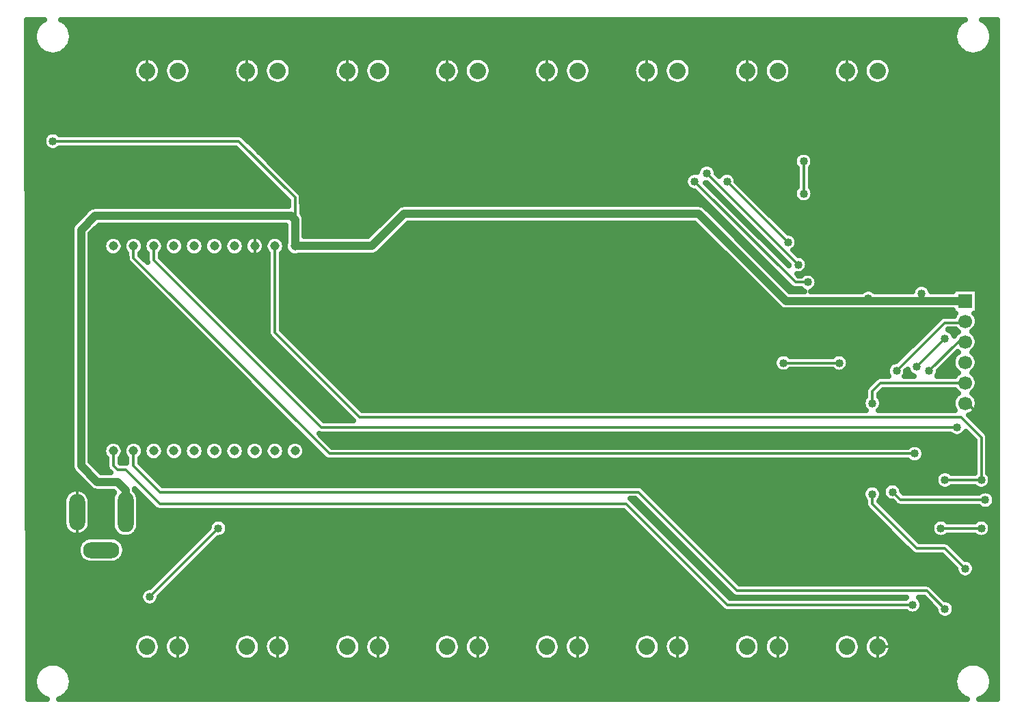
<source format=gbr>
G04 DipTrace 3.3.1.3*
G04 Bottom.gbr*
%MOIN*%
G04 #@! TF.FileFunction,Copper,L2,Bot*
G04 #@! TF.Part,Single*
G04 #@! TA.AperFunction,CopperBalancing*
%ADD14C,0.012992*%
G04 #@! TA.AperFunction,Conductor*
%ADD15C,0.03937*%
%ADD16C,0.025591*%
G04 #@! TA.AperFunction,CopperBalancing*
%ADD17C,0.025*%
G04 #@! TA.AperFunction,ComponentPad*
%ADD26R,0.066929X0.066929*%
%ADD27C,0.066929*%
%ADD28O,0.07874X0.177165*%
%ADD29O,0.07874X0.19685*%
%ADD30O,0.177165X0.07874*%
%ADD32C,0.08*%
%ADD34C,0.045*%
G04 #@! TA.AperFunction,ViaPad*
%ADD35C,0.04*%
%FSLAX26Y26*%
G04*
G70*
G90*
G75*
G01*
G04 Bottom*
%LPD*%
X945197Y1638110D2*
D14*
Y1565276D1*
X1073150Y1437323D1*
X3405827D1*
X3888110Y955039D1*
X4813307D1*
X4901890Y866457D1*
X905827Y1338898D2*
D15*
Y1447165D1*
X866457Y1486535D1*
X768031D1*
X689291Y1565276D1*
Y2716850D1*
X758189Y2785748D1*
X1712913D1*
X1732598Y2766063D1*
Y2638110D1*
X2106614D1*
X2264094Y2795591D1*
X3701102D1*
X4126299Y2370394D1*
X4142047D1*
X4787717D1*
X4999676D1*
X4527874Y2382205D2*
D14*
X4142047D1*
Y2370394D1*
X4787717Y2405827D2*
Y2370394D1*
X4764094Y2047559D2*
X4901890Y2185354D1*
X1732598Y2638110D2*
D16*
D3*
D14*
Y2874331D1*
X1457008Y3149921D1*
X551496D1*
X4882205Y1260157D2*
X5079055D1*
X4901890Y1496378D2*
X5079055D1*
X1634173Y2638110D2*
Y2214882D1*
X2047559Y1801496D1*
X4980630D1*
X5079055Y1703071D1*
Y1496378D1*
X5000315Y1063307D2*
X4901890Y1161732D1*
X4764094D1*
X4547559Y1378268D1*
Y1426592D1*
X4999676Y1970394D2*
X4588504D1*
X4547559Y1929449D1*
Y1870394D1*
X4823150Y2027874D2*
X4965669Y2170394D1*
X4999676D1*
X4645984Y1437323D2*
X4685354Y1397953D1*
X5098740D1*
X4665669Y2027874D2*
X4901890Y2264094D1*
X4993377D1*
X4999676Y2270394D1*
X4385748Y2067244D2*
X4114488D1*
X4232598Y2460945D2*
X4226912Y2466631D1*
X4221227Y2460945D1*
X4173543D1*
X3681417Y2953071D1*
X4185748Y2547165D2*
X3740472Y2992441D1*
X4135748Y2656220D2*
X3838898Y2953071D1*
X4212913Y2894016D2*
Y3051496D1*
X1358583Y1260157D2*
X1023937Y925512D1*
X4134173Y2854646D2*
Y3090866D1*
X4999676Y1870394D2*
Y1880875D1*
X5138110Y1742441D1*
Y886142D1*
X4933465Y681496D1*
X4573150D1*
X945197Y2638110D2*
Y2579055D1*
X1899921Y1624331D1*
X4754252D1*
X1043622Y2638110D2*
Y2569213D1*
X1860551Y1752283D1*
X4960945D1*
X846772Y1638110D2*
Y1565276D1*
X866457Y1545591D1*
X905827D1*
X1073150Y1378268D1*
X3346772D1*
X3838898Y886142D1*
X4744409D1*
D35*
X4901890Y866457D3*
X4527874Y2382205D3*
X4787717Y2405827D3*
X4764094Y2047559D3*
X4901890Y2185354D3*
X551496Y3149921D3*
X4882205Y1260157D3*
X5079055D3*
X4901890Y1496378D3*
X5079055D3*
X5000315Y1063307D3*
X4547559Y1426592D3*
Y1870394D3*
X4823150Y2027874D3*
X4645984Y1437323D3*
X5098740Y1397953D3*
X4665669Y2027874D3*
X4385748Y2067244D3*
X4114488D3*
X4232598Y2460945D3*
X3681417Y2953071D3*
X4185748Y2547165D3*
X3740472Y2992441D3*
X4135748Y2656220D3*
X3838898Y2953071D3*
X4212913Y2894016D3*
Y3051496D3*
X1358583Y1260157D3*
X1023937Y925512D3*
X4134173Y2854646D3*
Y3090866D3*
X4754252Y1624331D3*
X4960945Y1752283D3*
X4744409Y886142D3*
X427820Y3719147D2*
D17*
X477902D1*
X625076D2*
X4966117D1*
X5113254D2*
X5154007D1*
X427892Y3694278D2*
X463621D1*
X639358D2*
X4951799D1*
X5127572D2*
X5154007D1*
X427928Y3669409D2*
X457951D1*
X645027D2*
X4946130D1*
X5133242D2*
X5154007D1*
X427964Y3644541D2*
X459243D1*
X643735D2*
X4947457D1*
X5131914D2*
X5154007D1*
X428036Y3619672D2*
X467891D1*
X635123D2*
X4956069D1*
X5123302D2*
X5154007D1*
X428071Y3594803D2*
X486802D1*
X616212D2*
X4974980D1*
X5104391D2*
X5154007D1*
X428107Y3569934D2*
X5154007D1*
X428179Y3545066D2*
X966645D1*
X1054681D2*
X1116641D1*
X1204677D2*
X1454132D1*
X1542168D2*
X1604128D1*
X1692164D2*
X1943700D1*
X2031807D2*
X2093696D1*
X2181803D2*
X2429105D1*
X2517177D2*
X2579101D1*
X2667209D2*
X2916592D1*
X3004700D2*
X3066588D1*
X3154695D2*
X3404114D1*
X3492186D2*
X3554110D1*
X3642182D2*
X3891601D1*
X3979709D2*
X4041597D1*
X4129705D2*
X4379088D1*
X4467195D2*
X4529119D1*
X4617191D2*
X5154007D1*
X428215Y3520197D2*
X947411D1*
X1073879D2*
X1097407D1*
X1223875D2*
X1434934D1*
X1561366D2*
X1584930D1*
X1711398D2*
X1924502D1*
X2051006D2*
X2074498D1*
X2201001D2*
X2409907D1*
X2536375D2*
X2559903D1*
X2686407D2*
X2897394D1*
X3023898D2*
X3047390D1*
X3173893D2*
X3384916D1*
X3511384D2*
X3534912D1*
X3661380D2*
X3872403D1*
X3998907D2*
X4022399D1*
X4148903D2*
X4359890D1*
X4486393D2*
X4509921D1*
X4636389D2*
X5154007D1*
X428251Y3495328D2*
X941706D1*
X1079621D2*
X1091701D1*
X1229616D2*
X1429192D1*
X1567107D2*
X1579219D1*
X1717103D2*
X1918796D1*
X2056711D2*
X2068792D1*
X2206707D2*
X2404201D1*
X2542116D2*
X2554197D1*
X2692112D2*
X2891688D1*
X3029603D2*
X3041684D1*
X3179599D2*
X3379211D1*
X3517090D2*
X3529207D1*
X3667122D2*
X3866697D1*
X4004612D2*
X4016693D1*
X4154608D2*
X4354184D1*
X4492099D2*
X4504180D1*
X4642095D2*
X5154007D1*
X428287Y3470459D2*
X945653D1*
X1075673D2*
X1095649D1*
X1225669D2*
X1433139D1*
X1563160D2*
X1583135D1*
X1713156D2*
X1922743D1*
X2052764D2*
X2072739D1*
X2202760D2*
X2408149D1*
X2538133D2*
X2558145D1*
X2688165D2*
X2895635D1*
X3025656D2*
X3045631D1*
X3175652D2*
X3383158D1*
X3513143D2*
X3533154D1*
X3663138D2*
X3870645D1*
X4000665D2*
X4020641D1*
X4150661D2*
X4358131D1*
X4488152D2*
X4508163D1*
X4638148D2*
X5154007D1*
X428358Y3445591D2*
X961657D1*
X1059633D2*
X1111653D1*
X1209629D2*
X1449144D1*
X1547156D2*
X1599176D1*
X1697152D2*
X1938784D1*
X2036724D2*
X2088779D1*
X2186720D2*
X2424189D1*
X2522129D2*
X2574185D1*
X2672125D2*
X2911676D1*
X3009616D2*
X3061672D1*
X3159612D2*
X3399198D1*
X3497102D2*
X3549194D1*
X3647134D2*
X3886685D1*
X3984625D2*
X4036681D1*
X4134621D2*
X4374172D1*
X4472112D2*
X4524167D1*
X4622107D2*
X5154007D1*
X428394Y3420722D2*
X5154007D1*
X428430Y3395853D2*
X5154007D1*
X428502Y3370984D2*
X5154007D1*
X428538Y3346115D2*
X5154007D1*
X428574Y3321247D2*
X5154007D1*
X428610Y3296378D2*
X5154007D1*
X428681Y3271509D2*
X5154007D1*
X428717Y3246640D2*
X5154007D1*
X428753Y3221772D2*
X5154007D1*
X428825Y3196903D2*
X5154007D1*
X428861Y3172034D2*
X508117D1*
X1484035D2*
X5154007D1*
X428897Y3147165D2*
X502591D1*
X1508903D2*
X5154007D1*
X428969Y3122297D2*
X511598D1*
X1533771D2*
X5154007D1*
X429004Y3097428D2*
X1460340D1*
X1558639D2*
X4203219D1*
X4222609D2*
X5154007D1*
X429040Y3072559D2*
X1485207D1*
X1583506D2*
X4168950D1*
X4256878D2*
X5154007D1*
X429076Y3047690D2*
X1510075D1*
X1608374D2*
X4164070D1*
X4261758D2*
X5154007D1*
X429148Y3022822D2*
X1534943D1*
X1633278D2*
X3702778D1*
X3778183D2*
X4173830D1*
X4251998D2*
X5154007D1*
X429184Y2997953D2*
X1559811D1*
X1658145D2*
X3666787D1*
X3789128D2*
X3824282D1*
X3853540D2*
X4177419D1*
X4248410D2*
X5154007D1*
X429220Y2973084D2*
X1584678D1*
X1683013D2*
X3636967D1*
X3883360D2*
X4177419D1*
X4248410D2*
X5154007D1*
X429291Y2948215D2*
X1609546D1*
X1707881D2*
X3632697D1*
X3892905D2*
X4177419D1*
X4248410D2*
X5154007D1*
X429327Y2923346D2*
X1634414D1*
X1732749D2*
X3643175D1*
X3917773D2*
X4174332D1*
X4251496D2*
X5154007D1*
X429363Y2898478D2*
X1659282D1*
X1757616D2*
X3686846D1*
X3942640D2*
X4164141D1*
X4261687D2*
X5154007D1*
X429399Y2873609D2*
X1684185D1*
X1768095D2*
X3711714D1*
X3967508D2*
X4168627D1*
X4257201D2*
X5154007D1*
X429471Y2848740D2*
X1697104D1*
X1768095D2*
X3736581D1*
X3992376D2*
X4199846D1*
X4225982D2*
X5154007D1*
X429507Y2823871D2*
X729630D1*
X1768095D2*
X2224565D1*
X3740612D2*
X3761449D1*
X4017244D2*
X5154007D1*
X429543Y2799003D2*
X703650D1*
X1768095D2*
X2199697D1*
X3765480D2*
X3786317D1*
X4042111D2*
X5154007D1*
X429614Y2774134D2*
X678782D1*
X1780582D2*
X2174830D1*
X3790348D2*
X3811185D1*
X4066979D2*
X5154007D1*
X429650Y2749265D2*
X653914D1*
X1781264D2*
X2149962D1*
X2285580D2*
X3679633D1*
X3815216D2*
X3836088D1*
X4091847D2*
X5154007D1*
X429686Y2724396D2*
X641247D1*
X764629D2*
X1683934D1*
X1781264D2*
X2125094D1*
X2260713D2*
X3704501D1*
X3840083D2*
X3860956D1*
X4116715D2*
X5154007D1*
X429758Y2699528D2*
X640601D1*
X739761D2*
X1683934D1*
X1781264D2*
X2100227D1*
X2235845D2*
X3729369D1*
X3864987D2*
X3885824D1*
X4155147D2*
X5154007D1*
X429794Y2674659D2*
X640601D1*
X737967D2*
X811661D1*
X881899D2*
X910056D1*
X980329D2*
X1008486D1*
X1078759D2*
X1106916D1*
X1177190D2*
X1205347D1*
X1275584D2*
X1303777D1*
X1374014D2*
X1402207D1*
X1472445D2*
X1500638D1*
X1570875D2*
X1599032D1*
X1669305D2*
X1683934D1*
X2210977D2*
X3754236D1*
X3889855D2*
X3910691D1*
X4180911D2*
X5154007D1*
X429830Y2649790D2*
X640601D1*
X737967D2*
X796698D1*
X2186109D2*
X3779104D1*
X3914723D2*
X3935559D1*
X4184285D2*
X5154007D1*
X429866Y2624921D2*
X640601D1*
X737967D2*
X797092D1*
X2161242D2*
X3803972D1*
X3939590D2*
X3960427D1*
X4172622D2*
X5154007D1*
X429937Y2600052D2*
X640601D1*
X737967D2*
X813420D1*
X880140D2*
X909697D1*
X980688D2*
X1008127D1*
X1079118D2*
X1108711D1*
X1175395D2*
X1207105D1*
X1273826D2*
X1305535D1*
X1372256D2*
X1403966D1*
X1470686D2*
X1502396D1*
X1569117D2*
X1598673D1*
X1669664D2*
X1699257D1*
X2135262D2*
X3828840D1*
X3964458D2*
X3985295D1*
X4182024D2*
X5154007D1*
X429973Y2575184D2*
X640601D1*
X737967D2*
X909948D1*
X998235D2*
X1008136D1*
X1086797D2*
X1598673D1*
X1669664D2*
X3853707D1*
X3989326D2*
X4010162D1*
X4225336D2*
X5154007D1*
X430009Y2550315D2*
X640601D1*
X737967D2*
X924768D1*
X1111665D2*
X1598673D1*
X1669664D2*
X3878575D1*
X4014193D2*
X4035030D1*
X4234630D2*
X5154007D1*
X430081Y2525446D2*
X640601D1*
X737967D2*
X949636D1*
X1136533D2*
X1598673D1*
X1669664D2*
X3903443D1*
X4039061D2*
X4059898D1*
X4229355D2*
X5154007D1*
X430117Y2500577D2*
X640601D1*
X737967D2*
X974540D1*
X1161401D2*
X1598673D1*
X1669664D2*
X3928311D1*
X4063929D2*
X4084766D1*
X4183064D2*
X4205803D1*
X4259390D2*
X5154007D1*
X430153Y2475709D2*
X640601D1*
X737967D2*
X999407D1*
X1186268D2*
X1598673D1*
X1669664D2*
X3953178D1*
X4088797D2*
X4109633D1*
X4279198D2*
X5154007D1*
X430224Y2450840D2*
X640601D1*
X737967D2*
X1024275D1*
X1211136D2*
X1598673D1*
X1669664D2*
X3978046D1*
X4113664D2*
X4134501D1*
X4280490D2*
X4773598D1*
X4801851D2*
X5154007D1*
X430260Y2425971D2*
X640601D1*
X737967D2*
X1049143D1*
X1236004D2*
X1598673D1*
X1669664D2*
X4002914D1*
X4138532D2*
X4199451D1*
X4265742D2*
X4509706D1*
X4546069D2*
X4743312D1*
X4832102D2*
X4937230D1*
X5062119D2*
X5154007D1*
X430296Y2401102D2*
X640601D1*
X737967D2*
X1074011D1*
X1260872D2*
X1598673D1*
X1669664D2*
X4027781D1*
X5062119D2*
X5154007D1*
X430332Y2376234D2*
X640601D1*
X737967D2*
X1098878D1*
X1285739D2*
X1598673D1*
X1669664D2*
X4052649D1*
X5062119D2*
X5154007D1*
X430404Y2351365D2*
X640601D1*
X737967D2*
X1123746D1*
X1310607D2*
X1598673D1*
X1669664D2*
X4077517D1*
X5062119D2*
X5154007D1*
X430440Y2326496D2*
X640601D1*
X737967D2*
X1148614D1*
X1335475D2*
X1598673D1*
X1669664D2*
X4109454D1*
X5062119D2*
X5154007D1*
X430476Y2301627D2*
X640601D1*
X737967D2*
X1173482D1*
X1360343D2*
X1598673D1*
X1669664D2*
X4945986D1*
X5053364D2*
X5154007D1*
X430547Y2276759D2*
X640601D1*
X737967D2*
X1198349D1*
X1385246D2*
X1598673D1*
X1669664D2*
X4865390D1*
X5061796D2*
X5154007D1*
X430583Y2251890D2*
X640601D1*
X737967D2*
X1223217D1*
X1410114D2*
X1598673D1*
X1669664D2*
X4840522D1*
X5059213D2*
X5154007D1*
X430619Y2227021D2*
X640601D1*
X737967D2*
X1248085D1*
X1434982D2*
X1598673D1*
X1671171D2*
X4815655D1*
X4925006D2*
X4955782D1*
X5043567D2*
X5154007D1*
X430655Y2202152D2*
X640601D1*
X737967D2*
X1272952D1*
X1459849D2*
X1601257D1*
X1696039D2*
X4790787D1*
X5053041D2*
X5154007D1*
X430727Y2177283D2*
X640601D1*
X737967D2*
X1297820D1*
X1484717D2*
X1622608D1*
X1720907D2*
X4765919D1*
X5061725D2*
X5154007D1*
X430763Y2152415D2*
X640601D1*
X737967D2*
X1322688D1*
X1509585D2*
X1647476D1*
X1745811D2*
X4741051D1*
X5059356D2*
X5154007D1*
X430799Y2127546D2*
X640601D1*
X737967D2*
X1347556D1*
X1534453D2*
X1672343D1*
X1770678D2*
X4716184D1*
X5044105D2*
X5154007D1*
X430870Y2102677D2*
X640601D1*
X737967D2*
X1372423D1*
X1559320D2*
X1697211D1*
X1795546D2*
X4081895D1*
X4147073D2*
X4353143D1*
X4418357D2*
X4691316D1*
X5052682D2*
X5154007D1*
X430906Y2077808D2*
X640601D1*
X737967D2*
X1397291D1*
X1584188D2*
X1722079D1*
X1820414D2*
X4066716D1*
X4433536D2*
X4666448D1*
X4922243D2*
X4937697D1*
X5061689D2*
X5154007D1*
X430942Y2052940D2*
X640601D1*
X737967D2*
X1422159D1*
X1609056D2*
X1746947D1*
X1845281D2*
X4067756D1*
X4432495D2*
X4623997D1*
X4897375D2*
X4939814D1*
X5059536D2*
X5154007D1*
X431014Y2028071D2*
X640601D1*
X737967D2*
X1447027D1*
X1633924D2*
X1771814D1*
X1870149D2*
X4086954D1*
X4142013D2*
X4358203D1*
X4413297D2*
X4616677D1*
X4872507D2*
X4954706D1*
X5044644D2*
X5154007D1*
X431050Y2003202D2*
X640601D1*
X737967D2*
X1471894D1*
X1658791D2*
X1796718D1*
X1895017D2*
X4582551D1*
X5052359D2*
X5154007D1*
X431086Y1978333D2*
X640601D1*
X737967D2*
X1496762D1*
X1683659D2*
X1821586D1*
X1919885D2*
X4547277D1*
X5061617D2*
X5154007D1*
X431122Y1953465D2*
X640601D1*
X737967D2*
X1521630D1*
X1708527D2*
X1846454D1*
X1944752D2*
X4522409D1*
X5059679D2*
X5154007D1*
X431193Y1928596D2*
X640601D1*
X737967D2*
X1546498D1*
X1733395D2*
X1871321D1*
X1969620D2*
X4512074D1*
X4595876D2*
X4954204D1*
X5045146D2*
X5154007D1*
X431229Y1903727D2*
X640601D1*
X737967D2*
X1571365D1*
X1758262D2*
X1896189D1*
X1994488D2*
X4512074D1*
X4583030D2*
X4947350D1*
X5052000D2*
X5154007D1*
X431265Y1878858D2*
X640601D1*
X737967D2*
X1596233D1*
X1783130D2*
X1921057D1*
X2019356D2*
X4499336D1*
X4595768D2*
X4937804D1*
X5061545D2*
X5154007D1*
X431337Y1853990D2*
X640601D1*
X737967D2*
X1621101D1*
X1807998D2*
X1945925D1*
X2044223D2*
X4501560D1*
X4593544D2*
X4939491D1*
X5059859D2*
X5154007D1*
X431373Y1829121D2*
X640601D1*
X737967D2*
X1645969D1*
X1832866D2*
X1970792D1*
X5045649D2*
X5154007D1*
X431409Y1804252D2*
X640601D1*
X737967D2*
X1670836D1*
X1857733D2*
X1995660D1*
X5027025D2*
X5154007D1*
X431445Y1779383D2*
X640601D1*
X737967D2*
X1695704D1*
X5051892D2*
X5154007D1*
X431516Y1754514D2*
X640601D1*
X737967D2*
X1720572D1*
X5076760D2*
X5154007D1*
X431552Y1729646D2*
X640601D1*
X737967D2*
X1745440D1*
X5101628D2*
X5154007D1*
X431588Y1704777D2*
X640601D1*
X737967D2*
X1770307D1*
X1868642D2*
X5028197D1*
X5114510D2*
X5154007D1*
X431660Y1679908D2*
X640601D1*
X737967D2*
X818730D1*
X874830D2*
X917125D1*
X973260D2*
X1015555D1*
X1071690D2*
X1113986D1*
X1170121D2*
X1212416D1*
X1268515D2*
X1310846D1*
X1366945D2*
X1409277D1*
X1465376D2*
X1507707D1*
X1563806D2*
X1606101D1*
X1662236D2*
X1704532D1*
X1760667D2*
X1795175D1*
X1893510D2*
X5043555D1*
X5114546D2*
X5154007D1*
X431696Y1655039D2*
X640601D1*
X737967D2*
X798312D1*
X1781085D2*
X1820043D1*
X4791660D2*
X5043555D1*
X5114546D2*
X5154007D1*
X431732Y1630171D2*
X640601D1*
X737967D2*
X795944D1*
X1783453D2*
X1844946D1*
X4802892D2*
X5043555D1*
X5114546D2*
X5154007D1*
X431803Y1605302D2*
X640601D1*
X737967D2*
X807893D1*
X885667D2*
X906324D1*
X984097D2*
X1004754D1*
X1082491D2*
X1103149D1*
X1180922D2*
X1201579D1*
X1279352D2*
X1300009D1*
X1377782D2*
X1398439D1*
X1476213D2*
X1496870D1*
X1574643D2*
X1595300D1*
X1673073D2*
X1693730D1*
X1771468D2*
X1869814D1*
X4799160D2*
X5043555D1*
X5114546D2*
X5154007D1*
X431839Y1580433D2*
X640601D1*
X741950D2*
X811267D1*
X882258D2*
X909697D1*
X980688D2*
X4736422D1*
X4772067D2*
X5043555D1*
X5114546D2*
X5154007D1*
X431875Y1555564D2*
X641642D1*
X766818D2*
X812738D1*
X1004048D2*
X5043555D1*
X5114546D2*
X5154007D1*
X431911Y1530696D2*
X656067D1*
X1028916D2*
X4868010D1*
X4935771D2*
X5043555D1*
X5114546D2*
X5154007D1*
X431983Y1505827D2*
X680935D1*
X1053784D2*
X4853871D1*
X5127070D2*
X5154007D1*
X432019Y1480958D2*
X705803D1*
X1078652D2*
X4627442D1*
X4664523D2*
X4855522D1*
X5125419D2*
X5154007D1*
X432055Y1456089D2*
X730671D1*
X3436207D2*
X4509132D1*
X4586008D2*
X4600960D1*
X4691005D2*
X4876191D1*
X4927590D2*
X5053352D1*
X5104750D2*
X5154007D1*
X432126Y1431220D2*
X617313D1*
X721891D2*
X846469D1*
X3461075D2*
X4498797D1*
X4701232D2*
X5063758D1*
X5133708D2*
X5154007D1*
X432162Y1406352D2*
X603820D1*
X735384D2*
X838000D1*
X973655D2*
X995927D1*
X3485942D2*
X4503211D1*
X4591929D2*
X4608818D1*
X432198Y1381483D2*
X601236D1*
X737967D2*
X837462D1*
X974193D2*
X1020794D1*
X3392715D2*
X3412511D1*
X3510810D2*
X4512074D1*
X4593508D2*
X4652669D1*
X5144725D2*
X5154007D1*
X432234Y1356614D2*
X601236D1*
X737967D2*
X837462D1*
X974193D2*
X1045662D1*
X3417583D2*
X3437379D1*
X3535678D2*
X4520184D1*
X4618376D2*
X5074954D1*
X5122512D2*
X5154007D1*
X432306Y1331745D2*
X601236D1*
X737967D2*
X837462D1*
X974193D2*
X3344152D1*
X3442451D2*
X3462247D1*
X3560546D2*
X4544944D1*
X4643243D2*
X5154007D1*
X432342Y1306877D2*
X601236D1*
X737967D2*
X837462D1*
X974193D2*
X3369020D1*
X3467318D2*
X3487114D1*
X3585413D2*
X4569812D1*
X4668111D2*
X5154007D1*
X432378Y1282008D2*
X601703D1*
X737537D2*
X837462D1*
X974193D2*
X1315045D1*
X1402112D2*
X3393887D1*
X3492186D2*
X3511982D1*
X3610281D2*
X4594680D1*
X4692979D2*
X4838656D1*
X5122584D2*
X5154007D1*
X432449Y1257139D2*
X609849D1*
X729355D2*
X841517D1*
X970138D2*
X1306397D1*
X1407494D2*
X3418755D1*
X3517054D2*
X3536850D1*
X3635149D2*
X4619548D1*
X4717846D2*
X4833310D1*
X5127967D2*
X5154007D1*
X432485Y1232270D2*
X634824D1*
X704380D2*
X857772D1*
X953882D2*
X1281529D1*
X1398272D2*
X3443623D1*
X3541922D2*
X3561718D1*
X3660017D2*
X4644415D1*
X4742714D2*
X4842496D1*
X5118745D2*
X5154007D1*
X432521Y1207402D2*
X697657D1*
X877772D2*
X1256661D1*
X1354996D2*
X3468491D1*
X3566789D2*
X3586585D1*
X3684884D2*
X4669283D1*
X4767582D2*
X5154007D1*
X432593Y1182533D2*
X676701D1*
X898728D2*
X1231793D1*
X1330128D2*
X3493358D1*
X3591657D2*
X3611453D1*
X3709752D2*
X4694151D1*
X4930245D2*
X5154007D1*
X432629Y1157664D2*
X670242D1*
X905188D2*
X1206926D1*
X1305224D2*
X3518226D1*
X3616525D2*
X3636321D1*
X3734656D2*
X4719019D1*
X4955113D2*
X5154007D1*
X432665Y1132795D2*
X673615D1*
X901850D2*
X1182058D1*
X1280357D2*
X3543094D1*
X3641393D2*
X3661189D1*
X3759523D2*
X4745752D1*
X4979980D2*
X5154007D1*
X432700Y1107927D2*
X688794D1*
X886635D2*
X1157190D1*
X1255489D2*
X3567962D1*
X3666260D2*
X3686056D1*
X3784391D2*
X4906549D1*
X5015865D2*
X5154007D1*
X432772Y1083058D2*
X1132322D1*
X1230621D2*
X3592829D1*
X3691128D2*
X3710924D1*
X3809259D2*
X4931417D1*
X5044895D2*
X5154007D1*
X432808Y1058189D2*
X1107455D1*
X1205754D2*
X3617697D1*
X3715996D2*
X3735792D1*
X3834127D2*
X4951620D1*
X5049022D2*
X5154007D1*
X432844Y1033320D2*
X1082587D1*
X1180886D2*
X3642565D1*
X3740864D2*
X3760660D1*
X3858994D2*
X4962277D1*
X5038328D2*
X5154007D1*
X432916Y1008451D2*
X1057719D1*
X1156018D2*
X3667432D1*
X3765731D2*
X3785563D1*
X3883862D2*
X5154007D1*
X432952Y983583D2*
X1032851D1*
X1131150D2*
X3692300D1*
X3790599D2*
X3810431D1*
X4832353D2*
X5154007D1*
X432988Y958714D2*
X988893D1*
X1106283D2*
X3717168D1*
X3815467D2*
X3835299D1*
X4858800D2*
X5154007D1*
X433059Y933845D2*
X975688D1*
X1081415D2*
X3742036D1*
X3840335D2*
X3860166D1*
X4883667D2*
X5154007D1*
X433095Y908976D2*
X977984D1*
X1069896D2*
X3766903D1*
X4787390D2*
X4810200D1*
X4923212D2*
X5154007D1*
X433131Y884108D2*
X1000304D1*
X1047576D2*
X3791771D1*
X4793347D2*
X4835104D1*
X4947398D2*
X5154007D1*
X433167Y859239D2*
X3817321D1*
X4784842D2*
X4853477D1*
X4950304D2*
X5154007D1*
X433239Y834370D2*
X4865749D1*
X4938032D2*
X5154007D1*
X433275Y809501D2*
X5154007D1*
X433311Y784633D2*
X5154007D1*
X433382Y759764D2*
X5154007D1*
X433418Y734895D2*
X968511D1*
X1052743D2*
X1118507D1*
X1202739D2*
X1456034D1*
X1540266D2*
X1606030D1*
X1690262D2*
X1945637D1*
X2029870D2*
X2095633D1*
X2179866D2*
X2431043D1*
X2515275D2*
X2581039D1*
X2665271D2*
X2918494D1*
X3002762D2*
X3068525D1*
X3152758D2*
X3406016D1*
X3490284D2*
X3556012D1*
X3640280D2*
X3893503D1*
X3977735D2*
X4043499D1*
X4127767D2*
X4381025D1*
X4465258D2*
X4531021D1*
X4615254D2*
X5154007D1*
X433454Y710026D2*
X948057D1*
X1073197D2*
X1098053D1*
X1223193D2*
X1435580D1*
X1560720D2*
X1585576D1*
X1710716D2*
X1925183D1*
X2050324D2*
X2075179D1*
X2200320D2*
X2410589D1*
X2535693D2*
X2560585D1*
X2685725D2*
X2898076D1*
X3023180D2*
X3048071D1*
X3173176D2*
X3385598D1*
X3510702D2*
X3535594D1*
X3660698D2*
X3873085D1*
X3998189D2*
X4023081D1*
X4148185D2*
X4360607D1*
X4485712D2*
X4510603D1*
X4635708D2*
X5154007D1*
X433490Y685157D2*
X941741D1*
X1079513D2*
X1091737D1*
X1229509D2*
X1429264D1*
X1567035D2*
X1579286D1*
X1717031D2*
X1918868D1*
X2056639D2*
X2068864D1*
X2206635D2*
X2404273D1*
X2542045D2*
X2554269D1*
X2692041D2*
X2891724D1*
X3029531D2*
X3041756D1*
X3179527D2*
X3379247D1*
X3517054D2*
X3529242D1*
X3667050D2*
X3866733D1*
X4004505D2*
X4016729D1*
X4154537D2*
X4354256D1*
X4492027D2*
X4504252D1*
X4642023D2*
X5154007D1*
X433562Y660289D2*
X945115D1*
X1076140D2*
X1095110D1*
X1226136D2*
X1432637D1*
X1563662D2*
X1582633D1*
X1713658D2*
X1922241D1*
X2053266D2*
X2072237D1*
X2203262D2*
X2407646D1*
X2538672D2*
X2557642D1*
X2688668D2*
X2895097D1*
X3026158D2*
X3045093D1*
X3176154D2*
X3382620D1*
X3513681D2*
X3532616D1*
X3663677D2*
X3870106D1*
X4001132D2*
X4020102D1*
X4151163D2*
X4357629D1*
X4488654D2*
X4507625D1*
X4638686D2*
X5154007D1*
X433598Y635420D2*
X960186D1*
X1061068D2*
X1110182D1*
X1211064D2*
X1447708D1*
X1548591D2*
X1597704D1*
X1698587D2*
X1937312D1*
X2038195D2*
X2087308D1*
X2188191D2*
X2422718D1*
X2523600D2*
X2572714D1*
X2673596D2*
X2910204D1*
X3011087D2*
X3060200D1*
X3161083D2*
X3397727D1*
X3498574D2*
X3547723D1*
X3648605D2*
X3885178D1*
X3986060D2*
X4035174D1*
X4136056D2*
X4372700D1*
X4473583D2*
X4522696D1*
X4623579D2*
X5154007D1*
X433633Y610551D2*
X5154007D1*
X433705Y585682D2*
X494804D1*
X608210D2*
X4982983D1*
X5096389D2*
X5154007D1*
X433741Y560814D2*
X471694D1*
X631319D2*
X4959873D1*
X5119498D2*
X5154007D1*
X433777Y535945D2*
X460786D1*
X642192D2*
X4948964D1*
X5130407D2*
X5154007D1*
X433849Y511076D2*
X457628D1*
X645350D2*
X4945807D1*
X5133565D2*
X5154007D1*
X433885Y486207D2*
X461396D1*
X641618D2*
X4949574D1*
X5129797D2*
X5154007D1*
X433921Y461339D2*
X473022D1*
X629956D2*
X4961237D1*
X5118135D2*
X5154007D1*
X433956Y436470D2*
X497746D1*
X605232D2*
X4985961D1*
X5093410D2*
X5154007D1*
X4948906Y2430350D2*
X5059633D1*
Y2310437D1*
X5044310D1*
X5048182Y2305635D1*
X5053098Y2297613D1*
X5056698Y2288921D1*
X5058894Y2279773D1*
X5059633Y2270394D1*
X5058894Y2261014D1*
X5056698Y2251866D1*
X5053098Y2243174D1*
X5048182Y2235152D1*
X5042072Y2227998D1*
X5034918Y2221888D1*
X5032731Y2220427D1*
X5038615Y2215985D1*
X5045267Y2209332D1*
X5050797Y2201721D1*
X5055069Y2193338D1*
X5057976Y2184390D1*
X5059448Y2175098D1*
Y2165690D1*
X5057976Y2156397D1*
X5055069Y2147449D1*
X5050797Y2139066D1*
X5045267Y2131455D1*
X5038615Y2124802D1*
X5032731Y2120427D1*
X5038615Y2115985D1*
X5045267Y2109332D1*
X5050797Y2101721D1*
X5055069Y2093338D1*
X5057976Y2084390D1*
X5059448Y2075098D1*
Y2065690D1*
X5057976Y2056397D1*
X5055069Y2047449D1*
X5050797Y2039066D1*
X5045267Y2031455D1*
X5038615Y2024802D1*
X5032731Y2020427D1*
X5038615Y2015985D1*
X5045267Y2009332D1*
X5050797Y2001721D1*
X5055069Y1993338D1*
X5057976Y1984390D1*
X5059448Y1975098D1*
Y1965690D1*
X5057976Y1956397D1*
X5055069Y1947449D1*
X5050797Y1939066D1*
X5045267Y1931455D1*
X5038615Y1924802D1*
X5032731Y1920427D1*
X5038825Y1915805D1*
X5044083Y1910678D1*
X5048675Y1904946D1*
X5052532Y1898696D1*
X5055596Y1892021D1*
X5057821Y1885021D1*
X5059173Y1877802D1*
X5059633Y1870394D1*
X5059183Y1863063D1*
X5057840Y1855842D1*
X5055624Y1848840D1*
X5052569Y1842161D1*
X5048721Y1835906D1*
X5044136Y1830168D1*
X5038884Y1825034D1*
X5033044Y1820580D1*
X5026703Y1816874D1*
X5019957Y1813971D1*
X5016055Y1812723D1*
X5104140Y1724495D1*
X5107182Y1720307D1*
X5109532Y1715695D1*
X5111132Y1710772D1*
X5111942Y1705659D1*
X5112043Y1638766D1*
Y1529140D1*
X5116668Y1523705D1*
X5120480Y1517485D1*
X5123272Y1510745D1*
X5124975Y1503651D1*
X5125547Y1496378D1*
X5124975Y1489105D1*
X5123272Y1482011D1*
X5120480Y1475271D1*
X5116668Y1469051D1*
X5111930Y1463503D1*
X5106383Y1458765D1*
X5100162Y1454953D1*
X5093422Y1452161D1*
X5086328Y1450458D1*
X5079055Y1449886D1*
X5071782Y1450458D1*
X5064688Y1452161D1*
X5057948Y1454953D1*
X5051728Y1458765D1*
X5046295Y1463397D1*
X4934621Y1463390D1*
X4929217Y1458765D1*
X4922997Y1454953D1*
X4916257Y1452161D1*
X4909163Y1450458D1*
X4901890Y1449886D1*
X4894617Y1450458D1*
X4887523Y1452161D1*
X4880783Y1454953D1*
X4874562Y1458765D1*
X4869015Y1463503D1*
X4864277Y1469051D1*
X4860465Y1475271D1*
X4857673Y1482011D1*
X4855970Y1489105D1*
X4855398Y1496378D1*
X4855970Y1503651D1*
X4857673Y1510745D1*
X4860465Y1517485D1*
X4864277Y1523705D1*
X4869015Y1529253D1*
X4874562Y1533991D1*
X4880783Y1537803D1*
X4887523Y1540595D1*
X4894617Y1542298D1*
X4901890Y1542870D1*
X4909163Y1542298D1*
X4916257Y1540595D1*
X4922997Y1537803D1*
X4929217Y1533991D1*
X4934649Y1529359D1*
X5046037Y1529366D1*
X5046067Y1689399D1*
X5003027Y1732446D1*
X4998558Y1724956D1*
X4993820Y1719409D1*
X4988272Y1714671D1*
X4982052Y1710859D1*
X4975312Y1708067D1*
X4968218Y1706364D1*
X4960945Y1705791D1*
X4953672Y1706364D1*
X4946578Y1708067D1*
X4939838Y1710859D1*
X4933617Y1714671D1*
X4928185Y1719302D1*
X1857963Y1719397D1*
X1852850Y1720207D1*
X1850348Y1720913D1*
X1858438Y1712466D1*
X1913576Y1657328D1*
X4721459Y1657319D1*
X4726925Y1661944D1*
X4733145Y1665755D1*
X4739885Y1668547D1*
X4746979Y1670250D1*
X4754252Y1670823D1*
X4761525Y1670250D1*
X4768619Y1668547D1*
X4775359Y1665755D1*
X4781579Y1661944D1*
X4787127Y1657206D1*
X4791865Y1651658D1*
X4795677Y1645438D1*
X4798469Y1638698D1*
X4800172Y1631604D1*
X4800744Y1624331D1*
X4800172Y1617058D1*
X4798469Y1609964D1*
X4795677Y1603224D1*
X4791865Y1597003D1*
X4787127Y1591456D1*
X4781579Y1586718D1*
X4775359Y1582906D1*
X4768619Y1580114D1*
X4761525Y1578411D1*
X4754252Y1577839D1*
X4746979Y1578411D1*
X4739885Y1580114D1*
X4733145Y1582906D1*
X4726925Y1586718D1*
X4721492Y1591349D1*
X1897333Y1591444D1*
X1892220Y1592254D1*
X1887297Y1593854D1*
X1882685Y1596204D1*
X1878497Y1599246D1*
X1831125Y1646475D1*
X920112Y2557631D1*
X917070Y2561819D1*
X914720Y2566431D1*
X913120Y2571354D1*
X912310Y2576467D1*
X912209Y2601913D1*
X907943Y2606292D1*
X903424Y2612512D1*
X899934Y2619362D1*
X897558Y2626673D1*
X896356Y2634266D1*
Y2641954D1*
X897558Y2649547D1*
X899934Y2656859D1*
X903424Y2663709D1*
X907943Y2669928D1*
X913379Y2675364D1*
X919599Y2679883D1*
X926448Y2683373D1*
X933760Y2685749D1*
X941353Y2686951D1*
X949041D1*
X956634Y2685749D1*
X963945Y2683373D1*
X970795Y2679883D1*
X977015Y2675364D1*
X982451Y2669928D1*
X986970Y2663709D1*
X990460Y2656859D1*
X992835Y2649547D1*
X994038Y2641954D1*
Y2634266D1*
X992835Y2626673D1*
X990460Y2619362D1*
X986970Y2612512D1*
X982451Y2606292D1*
X978195Y2601948D1*
X978185Y2592717D1*
X1012445Y2558459D1*
X1011040Y2564052D1*
X1010634Y2569223D1*
Y2601903D1*
X1006368Y2606292D1*
X1001849Y2612512D1*
X998359Y2619362D1*
X995984Y2626673D1*
X994781Y2634266D1*
Y2641954D1*
X995984Y2649547D1*
X998359Y2656859D1*
X1001849Y2663709D1*
X1006368Y2669928D1*
X1011804Y2675364D1*
X1018024Y2679883D1*
X1024874Y2683373D1*
X1032185Y2685749D1*
X1039778Y2686951D1*
X1047466D1*
X1055059Y2685749D1*
X1062371Y2683373D1*
X1069220Y2679883D1*
X1075440Y2675364D1*
X1080876Y2669928D1*
X1085395Y2663709D1*
X1088885Y2656859D1*
X1091261Y2649547D1*
X1092463Y2641954D1*
Y2634266D1*
X1091261Y2626673D1*
X1088885Y2619362D1*
X1085395Y2612512D1*
X1080876Y2606292D1*
X1076621Y2601948D1*
X1076610Y2582884D1*
X1874221Y1785267D1*
X2017114Y1785272D1*
X1609089Y2193458D1*
X1606046Y2197646D1*
X1603696Y2202258D1*
X1602096Y2207181D1*
X1601287Y2212294D1*
X1601185Y2279186D1*
Y2601893D1*
X1596919Y2606292D1*
X1592401Y2612512D1*
X1588910Y2619362D1*
X1586535Y2626673D1*
X1585332Y2634266D1*
Y2641954D1*
X1586535Y2649547D1*
X1588910Y2656859D1*
X1592401Y2663709D1*
X1596919Y2669928D1*
X1602355Y2675364D1*
X1608575Y2679883D1*
X1615425Y2683373D1*
X1622736Y2685749D1*
X1630329Y2686951D1*
X1638017D1*
X1645610Y2685749D1*
X1652922Y2683373D1*
X1659772Y2679883D1*
X1665991Y2675364D1*
X1671427Y2669928D1*
X1675946Y2663709D1*
X1679436Y2656859D1*
X1681812Y2649547D1*
X1683014Y2641954D1*
Y2634266D1*
X1681812Y2626673D1*
X1679436Y2619362D1*
X1675946Y2612512D1*
X1671427Y2606292D1*
X1667172Y2601948D1*
X1667162Y2228564D1*
X2061224Y1834483D1*
X4518006Y1834484D1*
X4512206Y1840199D1*
X4507918Y1846102D1*
X4504606Y1852602D1*
X4502352Y1859540D1*
X4501210Y1866746D1*
Y1874041D1*
X4502352Y1881247D1*
X4504606Y1888185D1*
X4507918Y1894686D1*
X4512206Y1900588D1*
X4514578Y1903153D1*
X4514672Y1932037D1*
X4515482Y1937150D1*
X4517082Y1942073D1*
X4519432Y1946685D1*
X4522475Y1950873D1*
X4565178Y1993720D1*
X4569114Y1997082D1*
X4573528Y1999786D1*
X4578310Y2001767D1*
X4583343Y2002976D1*
X4588514Y2003382D1*
X4626028Y2003582D1*
X4622716Y2010082D1*
X4620462Y2017021D1*
X4619320Y2024226D1*
Y2031522D1*
X4620462Y2038727D1*
X4622716Y2045666D1*
X4626028Y2052166D1*
X4630316Y2058068D1*
X4635475Y2063227D1*
X4641377Y2067515D1*
X4647878Y2070827D1*
X4654816Y2073082D1*
X4662022Y2074223D1*
X4665513Y2074360D1*
X4880466Y2289179D1*
X4884653Y2292222D1*
X4889266Y2294572D1*
X4894189Y2296171D1*
X4899302Y2296981D1*
X4945991Y2297083D1*
X4948554Y2301721D1*
X4954084Y2309332D1*
X4955096Y2310426D1*
X4939719Y2310437D1*
Y2324181D1*
X4126299Y2324216D1*
X4119075Y2324785D1*
X4112030Y2326477D1*
X4105335Y2329249D1*
X4099157Y2333036D1*
X4093637Y2337752D1*
X3681955Y2749434D1*
X2283211Y2749413D1*
X2136604Y2602997D1*
X2130742Y2598738D1*
X2124285Y2595448D1*
X2117394Y2593209D1*
X2110237Y2592075D1*
X2079055Y2591933D1*
X1748956D1*
X1744035Y2590472D1*
X1736442Y2589269D1*
X1728755D1*
X1721161Y2590472D1*
X1713850Y2592847D1*
X1707000Y2596338D1*
X1700781Y2600856D1*
X1695345Y2606292D1*
X1690826Y2612512D1*
X1687336Y2619362D1*
X1684960Y2626673D1*
X1683757Y2634266D1*
Y2641954D1*
X1684960Y2649547D1*
X1686425Y2654392D1*
X1686421Y2739555D1*
X777305Y2739571D1*
X735450Y2697704D1*
X735469Y1584381D1*
X787180Y1532691D1*
X832659Y1532713D1*
X821687Y1543851D1*
X818645Y1548039D1*
X816294Y1552652D1*
X814695Y1557575D1*
X813885Y1562687D1*
X813783Y1601913D1*
X809518Y1606292D1*
X804999Y1612512D1*
X801509Y1619362D1*
X799133Y1626673D1*
X797931Y1634266D1*
Y1641954D1*
X799133Y1649547D1*
X801509Y1656859D1*
X804999Y1663709D1*
X809518Y1669928D1*
X814954Y1675364D1*
X821173Y1679883D1*
X828023Y1683373D1*
X835335Y1685749D1*
X842928Y1686951D1*
X850616D1*
X858209Y1685749D1*
X865520Y1683373D1*
X872370Y1679883D1*
X878589Y1675364D1*
X884026Y1669928D1*
X888544Y1663709D1*
X892034Y1656859D1*
X894410Y1649547D1*
X895613Y1641954D1*
Y1634266D1*
X894410Y1626673D1*
X892034Y1619362D1*
X888544Y1612512D1*
X884026Y1606292D1*
X879770Y1601948D1*
X879760Y1578937D1*
X884829Y1578579D1*
X908415Y1578477D1*
X910997Y1578171D1*
X912209Y1583648D1*
Y1601913D1*
X907943Y1606292D1*
X903424Y1612512D1*
X899934Y1619362D1*
X897558Y1626673D1*
X896356Y1634266D1*
Y1641954D1*
X897558Y1649547D1*
X899934Y1656859D1*
X903424Y1663709D1*
X907943Y1669928D1*
X913379Y1675364D1*
X919599Y1679883D1*
X926448Y1683373D1*
X933760Y1685749D1*
X941353Y1686951D1*
X949041D1*
X956634Y1685749D1*
X963945Y1683373D1*
X970795Y1679883D1*
X977015Y1675364D1*
X982451Y1669928D1*
X986970Y1663709D1*
X990460Y1656859D1*
X992835Y1649547D1*
X994038Y1641954D1*
Y1634266D1*
X992835Y1626673D1*
X990460Y1619362D1*
X986970Y1612512D1*
X982451Y1606292D1*
X978195Y1601948D1*
X978185Y1578937D1*
X1086791Y1470334D1*
X3408415Y1470209D1*
X3413528Y1469400D1*
X3418451Y1467800D1*
X3423063Y1465450D1*
X3427251Y1462407D1*
X3474623Y1415179D1*
X3901794Y988008D1*
X4815895Y987926D1*
X4821008Y987116D1*
X4825931Y985517D1*
X4830543Y983167D1*
X4834731Y980124D1*
X4882103Y932895D1*
X4902073Y912926D1*
X4909163Y912376D1*
X4916257Y910673D1*
X4922997Y907881D1*
X4929217Y904070D1*
X4934765Y899332D1*
X4939503Y893784D1*
X4943315Y887564D1*
X4946106Y880824D1*
X4947809Y873730D1*
X4948382Y866457D1*
X4947809Y859184D1*
X4946106Y852090D1*
X4943315Y845350D1*
X4939503Y839129D1*
X4934765Y833582D1*
X4929217Y828844D1*
X4922997Y825032D1*
X4916257Y822240D1*
X4909163Y820537D1*
X4901890Y819965D1*
X4894617Y820537D1*
X4887523Y822240D1*
X4880783Y825032D1*
X4874562Y828844D1*
X4869015Y833582D1*
X4864277Y839129D1*
X4860465Y845350D1*
X4857673Y852090D1*
X4855970Y859184D1*
X4855404Y866300D1*
X4799625Y922069D1*
X4773942Y922051D1*
X4779762Y916336D1*
X4784051Y910434D1*
X4787363Y903933D1*
X4789617Y896995D1*
X4790758Y889789D1*
Y882494D1*
X4789617Y875288D1*
X4787363Y868350D1*
X4784051Y861850D1*
X4779762Y855948D1*
X4774604Y850789D1*
X4768702Y846501D1*
X4762201Y843189D1*
X4755263Y840934D1*
X4748057Y839793D1*
X4740762D1*
X4733556Y840934D1*
X4726618Y843189D1*
X4720117Y846501D1*
X4714215Y850789D1*
X4711650Y853160D1*
X3836309Y853255D1*
X3831197Y854065D1*
X3826274Y855664D1*
X3821661Y858015D1*
X3817473Y861057D1*
X3770101Y908286D1*
X3333086Y1345301D1*
X1070561Y1345381D1*
X1065449Y1346191D1*
X1060526Y1347790D1*
X1055913Y1350141D1*
X1051725Y1353183D1*
X1004353Y1400412D1*
X951601Y1453164D1*
X952004Y1447151D1*
X952398Y1444524D1*
X959110Y1436666D1*
X964510Y1427854D1*
X968465Y1418305D1*
X970878Y1408256D1*
X971689Y1397953D1*
X971486Y1274675D1*
X969869Y1264467D1*
X966676Y1254638D1*
X961984Y1245430D1*
X955909Y1237068D1*
X948601Y1229761D1*
X940240Y1223686D1*
X931031Y1218994D1*
X921202Y1215800D1*
X910994Y1214183D1*
X900659D1*
X890452Y1215800D1*
X880622Y1218994D1*
X871414Y1223686D1*
X863053Y1229761D1*
X855745Y1237068D1*
X849670Y1245430D1*
X844978Y1254638D1*
X841784Y1264467D1*
X840168Y1274675D1*
X839965Y1298215D1*
X840168Y1403120D1*
X841784Y1413328D1*
X844978Y1423157D1*
X849670Y1432366D1*
X851926Y1435742D1*
X847330Y1440358D1*
X764408Y1440500D1*
X757252Y1441634D1*
X750360Y1443873D1*
X743904Y1447163D1*
X738042Y1451422D1*
X715892Y1473370D1*
X654178Y1535286D1*
X649919Y1541148D1*
X646629Y1547604D1*
X644390Y1554496D1*
X643256Y1561653D1*
X643114Y1592835D1*
X643256Y2720473D1*
X644390Y2727630D1*
X646629Y2734522D1*
X649919Y2740978D1*
X654178Y2746840D1*
X676126Y2768990D1*
X728199Y2820862D1*
X734061Y2825121D1*
X740518Y2828410D1*
X747409Y2830649D1*
X754566Y2831783D1*
X785748Y2831925D1*
X1699611D1*
X1699610Y2860700D1*
X1443328Y3116949D1*
X584269Y3116933D1*
X578823Y3112308D1*
X572603Y3108496D1*
X565863Y3105705D1*
X558769Y3104002D1*
X551496Y3103429D1*
X544223Y3104002D1*
X537129Y3105705D1*
X530389Y3108496D1*
X524169Y3112308D1*
X518621Y3117046D1*
X513883Y3122594D1*
X510071Y3128814D1*
X507279Y3135554D1*
X505576Y3142648D1*
X505004Y3149921D1*
X505576Y3157194D1*
X507279Y3164288D1*
X510071Y3171028D1*
X513883Y3177249D1*
X518621Y3182796D1*
X524169Y3187534D1*
X530389Y3191346D1*
X537129Y3194138D1*
X544223Y3195841D1*
X551496Y3196413D1*
X558769Y3195841D1*
X565863Y3194138D1*
X572603Y3191346D1*
X578823Y3187534D1*
X584256Y3182903D1*
X1459596Y3182808D1*
X1464709Y3181998D1*
X1469632Y3180398D1*
X1474244Y3178048D1*
X1478432Y3175006D1*
X1525804Y3127777D1*
X1757683Y2895755D1*
X1760726Y2891567D1*
X1763076Y2886955D1*
X1764675Y2882032D1*
X1765485Y2876919D1*
X1765587Y2810026D1*
Y2798364D1*
X1769957Y2793205D1*
X1773743Y2787027D1*
X1776516Y2780333D1*
X1778207Y2773287D1*
X1778776Y2766063D1*
Y2684283D1*
X2087457Y2684287D1*
X2234105Y2830704D1*
X2239967Y2834963D1*
X2246423Y2838253D1*
X2253315Y2840492D1*
X2260471Y2841625D1*
X2291654Y2841768D1*
X3704725Y2841625D1*
X3711882Y2840492D1*
X3718774Y2838253D1*
X3725230Y2834963D1*
X3731092Y2830704D1*
X3753242Y2808756D1*
X4145447Y2416550D1*
X4218232Y2416728D1*
X4211491Y2419520D1*
X4205271Y2423332D1*
X4199839Y2427964D1*
X4170955Y2428058D1*
X4165842Y2428868D1*
X4160919Y2430468D1*
X4156307Y2432818D1*
X4152119Y2435860D1*
X4104747Y2483089D1*
X3681281Y2906555D1*
X3674144Y2907151D1*
X3667050Y2908854D1*
X3660310Y2911646D1*
X3654090Y2915458D1*
X3648542Y2920196D1*
X3643804Y2925743D1*
X3639993Y2931964D1*
X3637201Y2938704D1*
X3635498Y2945798D1*
X3634925Y2953071D1*
X3635498Y2960344D1*
X3637201Y2967438D1*
X3639993Y2974178D1*
X3643804Y2980398D1*
X3648542Y2985946D1*
X3654090Y2990684D1*
X3660310Y2994496D1*
X3667050Y2997288D1*
X3674144Y2998991D1*
X3681417Y2999563D1*
X3688690Y2998991D1*
X3694288Y2997709D1*
X3695265Y3003294D1*
X3697519Y3010233D1*
X3700831Y3016733D1*
X3705120Y3022635D1*
X3710278Y3027794D1*
X3716180Y3032082D1*
X3722681Y3035394D1*
X3729619Y3037648D1*
X3736825Y3038790D1*
X3744120D1*
X3751326Y3037648D1*
X3758264Y3035394D1*
X3764765Y3032082D1*
X3770667Y3027794D1*
X3775825Y3022635D1*
X3780113Y3016733D1*
X3783426Y3010233D1*
X3785680Y3003294D1*
X3786821Y2996089D1*
X3786958Y2992598D1*
X3800413Y2979153D1*
X3803545Y2983265D1*
X3808703Y2988424D1*
X3814606Y2992712D1*
X3821106Y2996024D1*
X3828044Y2998278D1*
X3835250Y2999420D1*
X3842545D1*
X3849751Y2998278D1*
X3856689Y2996024D1*
X3863190Y2992712D1*
X3869092Y2988424D1*
X3874251Y2983265D1*
X3878539Y2977363D1*
X3881851Y2970863D1*
X3884105Y2963924D1*
X3885246Y2956719D1*
X3885384Y2953228D1*
X4135933Y2702688D1*
X4143021Y2702140D1*
X4150115Y2700437D1*
X4156855Y2697645D1*
X4163075Y2693833D1*
X4168623Y2689095D1*
X4173361Y2683548D1*
X4177173Y2677327D1*
X4179965Y2670587D1*
X4181668Y2663493D1*
X4182240Y2656220D1*
X4181668Y2648948D1*
X4179965Y2641854D1*
X4177173Y2635113D1*
X4173361Y2628893D1*
X4168623Y2623346D1*
X4163075Y2618608D1*
X4161807Y2617760D1*
X4185894Y2593671D1*
X4193021Y2593085D1*
X4200115Y2591382D1*
X4206855Y2588590D1*
X4213075Y2584778D1*
X4218623Y2580040D1*
X4223361Y2574493D1*
X4227173Y2568272D1*
X4229965Y2561532D1*
X4231668Y2554438D1*
X4232240Y2547165D1*
X4231668Y2539892D1*
X4229965Y2532798D1*
X4227173Y2526058D1*
X4223361Y2519838D1*
X4218623Y2514290D1*
X4213075Y2509552D1*
X4206855Y2505741D1*
X4200115Y2502949D1*
X4193021Y2501246D1*
X4185748Y2500673D1*
X4180075Y2501056D1*
X4187229Y2493911D1*
X4199846Y2493933D1*
X4205271Y2498558D1*
X4211491Y2502370D1*
X4218232Y2505162D1*
X4225325Y2506865D1*
X4232598Y2507437D1*
X4239871Y2506865D1*
X4246965Y2505162D1*
X4253705Y2502370D1*
X4259926Y2498558D1*
X4265473Y2493820D1*
X4270211Y2488272D1*
X4274023Y2482052D1*
X4276815Y2475312D1*
X4278518Y2468218D1*
X4279091Y2460945D1*
X4278518Y2453672D1*
X4276815Y2446578D1*
X4274023Y2439838D1*
X4270211Y2433617D1*
X4265473Y2428070D1*
X4259926Y2423332D1*
X4253705Y2419520D1*
X4246403Y2416570D1*
X4496588Y2416571D1*
X4500547Y2419818D1*
X4506767Y2423630D1*
X4513507Y2426421D1*
X4520601Y2428124D1*
X4527874Y2428697D1*
X4535147Y2428124D1*
X4542241Y2426421D1*
X4548981Y2423630D1*
X4555201Y2419818D1*
X4559126Y2416580D1*
X4742509Y2416680D1*
X4744763Y2423619D1*
X4748075Y2430119D1*
X4752364Y2436021D1*
X4757522Y2441180D1*
X4763424Y2445468D1*
X4769925Y2448780D1*
X4776863Y2451034D1*
X4784069Y2452176D1*
X4791364D1*
X4798570Y2451034D1*
X4805508Y2448780D1*
X4812009Y2445468D1*
X4817911Y2441180D1*
X4823069Y2436021D1*
X4827358Y2430119D1*
X4830670Y2423619D1*
X4832944Y2416582D1*
X4939686Y2416571D1*
X4939719Y2416547D2*
Y2430350D1*
X4948906D1*
X4966621Y2220427D2*
X4960737Y2224802D1*
X4954397Y2231117D1*
X4915544Y2231106D1*
X4916257Y2229571D1*
X4922997Y2226779D1*
X4929217Y2222967D1*
X4934765Y2218229D1*
X4939503Y2212682D1*
X4943315Y2206461D1*
X4946106Y2199721D1*
X4946544Y2198170D1*
X4951170Y2205635D1*
X4957280Y2212789D1*
X4964434Y2218900D1*
X4966621Y2220361D1*
Y2120427D2*
X4964102Y2122150D1*
X4869662Y2027734D1*
X4869069Y2020601D1*
X4867366Y2013507D1*
X4864574Y2006767D1*
X4862656Y2003380D1*
X4949607Y2003382D1*
X4954084Y2009332D1*
X4960737Y2015985D1*
X4966621Y2020361D1*
X4960737Y2024802D1*
X4954084Y2031455D1*
X4948554Y2039066D1*
X4944283Y2047449D1*
X4941376Y2056397D1*
X4939904Y2065690D1*
Y2075098D1*
X4941376Y2084390D1*
X4944283Y2093338D1*
X4948554Y2101721D1*
X4954084Y2109332D1*
X4960737Y2115985D1*
X4966621Y2120361D1*
Y1920427D2*
X4960737Y1924802D1*
X4954084Y1931455D1*
X4949668Y1937400D1*
X4602187Y1937405D1*
X4580544Y1915781D1*
X4580547Y1903146D1*
X4585172Y1897721D1*
X4588984Y1891501D1*
X4591776Y1884761D1*
X4593479Y1877667D1*
X4594051Y1870394D1*
X4593479Y1863121D1*
X4591776Y1856027D1*
X4588984Y1849287D1*
X4585172Y1843066D1*
X4580434Y1837519D1*
X4577048Y1834485D1*
X4951630Y1834484D1*
X4947240Y1841320D1*
X4944079Y1847949D1*
X4941752Y1854915D1*
X4940294Y1862113D1*
X4939727Y1869436D1*
X4940059Y1876773D1*
X4941287Y1884014D1*
X4943390Y1891051D1*
X4946338Y1897778D1*
X4950086Y1904094D1*
X4954579Y1909904D1*
X4959748Y1915121D1*
X4965516Y1919668D1*
X4966595Y1920391D1*
X603750Y1388113D2*
X604235Y1396139D1*
X605536Y1403368D1*
X607633Y1410407D1*
X610501Y1417169D1*
X614105Y1423570D1*
X618398Y1429530D1*
X623329Y1434974D1*
X628835Y1439836D1*
X634848Y1444054D1*
X641294Y1447577D1*
X648092Y1450359D1*
X655157Y1452368D1*
X662402Y1453577D1*
X669737Y1453972D1*
X677070Y1453548D1*
X684310Y1452310D1*
X691367Y1450274D1*
X698154Y1447464D1*
X704585Y1443916D1*
X710582Y1439674D1*
X716069Y1434791D1*
X720978Y1429327D1*
X725248Y1423350D1*
X728826Y1416935D1*
X731667Y1410162D1*
X733737Y1403114D1*
X735009Y1395880D1*
X735469Y1388110D1*
X735238Y1284180D1*
X734217Y1276906D1*
X732392Y1269791D1*
X729786Y1262923D1*
X726432Y1256388D1*
X722371Y1250268D1*
X717654Y1244638D1*
X712339Y1239568D1*
X706493Y1235121D1*
X700187Y1231353D1*
X693502Y1228311D1*
X686519Y1226031D1*
X679326Y1224544D1*
X672012Y1223867D1*
X664668Y1224008D1*
X657386Y1224967D1*
X650255Y1226730D1*
X643365Y1229276D1*
X636802Y1232574D1*
X630646Y1236582D1*
X624976Y1241250D1*
X619860Y1246521D1*
X615363Y1252329D1*
X611541Y1258601D1*
X608440Y1265260D1*
X606101Y1272223D1*
X604552Y1279403D1*
X603811Y1286711D1*
X603744Y1383386D1*
Y1388049D1*
X738524Y1087997D2*
X728201Y1088807D1*
X718151Y1091220D1*
X708603Y1095175D1*
X699791Y1100575D1*
X691932Y1107287D1*
X685220Y1115145D1*
X679820Y1123957D1*
X675865Y1133506D1*
X673453Y1143555D1*
X672642Y1153858D1*
X673453Y1164161D1*
X675865Y1174211D1*
X679820Y1183759D1*
X685220Y1192571D1*
X691932Y1200430D1*
X699791Y1207142D1*
X708603Y1212542D1*
X718151Y1216497D1*
X728201Y1218910D1*
X738524Y1219720D1*
X842097Y1219517D1*
X852304Y1217901D1*
X862134Y1214707D1*
X871342Y1210015D1*
X879703Y1203940D1*
X887011Y1196632D1*
X893086Y1188271D1*
X897778Y1179063D1*
X900972Y1169233D1*
X902588Y1159026D1*
Y1148691D1*
X900972Y1138483D1*
X897778Y1128654D1*
X893086Y1119445D1*
X887011Y1111084D1*
X879703Y1103776D1*
X871342Y1097702D1*
X862134Y1093010D1*
X852304Y1089816D1*
X842097Y1088199D1*
X818557Y1087996D1*
X738504Y1088032D1*
X1077116Y3491293D2*
X1076508Y3483973D1*
X1075096Y3476764D1*
X1072898Y3469756D1*
X1069940Y3463032D1*
X1066258Y3456676D1*
X1061898Y3450765D1*
X1056913Y3445371D1*
X1051362Y3440559D1*
X1045315Y3436389D1*
X1038845Y3432912D1*
X1032031Y3430169D1*
X1024956Y3428195D1*
X1017707Y3427013D1*
X1010371Y3426638D1*
X1003038Y3427075D1*
X995799Y3428317D1*
X988741Y3430351D1*
X981950Y3433151D1*
X975509Y3436682D1*
X969497Y3440903D1*
X963988Y3445760D1*
X959048Y3451196D1*
X954737Y3457144D1*
X951109Y3463531D1*
X948207Y3470279D1*
X946068Y3477305D1*
X944717Y3484525D1*
X944170Y3491850D1*
X944434Y3499191D1*
X945507Y3506458D1*
X947374Y3513562D1*
X950014Y3520416D1*
X953394Y3526938D1*
X957472Y3533047D1*
X962200Y3538669D1*
X967518Y3543735D1*
X973363Y3548184D1*
X979663Y3551960D1*
X986341Y3555019D1*
X993316Y3557323D1*
X1000502Y3558843D1*
X1007812Y3559561D1*
X1015157Y3559469D1*
X1022447Y3558567D1*
X1029593Y3556867D1*
X1036507Y3554388D1*
X1043106Y3551162D1*
X1049309Y3547228D1*
X1055041Y3542634D1*
X1060230Y3537436D1*
X1064814Y3531696D1*
X1068738Y3525487D1*
X1071952Y3518882D1*
X1074419Y3511963D1*
X1076107Y3504815D1*
X1076996Y3497523D1*
X1077116Y3491293D1*
X1226937Y3487913D2*
X1225305Y3477608D1*
X1222080Y3467684D1*
X1217343Y3458388D1*
X1211211Y3449947D1*
X1203833Y3442569D1*
X1195392Y3436436D1*
X1186095Y3431699D1*
X1176172Y3428475D1*
X1165867Y3426843D1*
X1155433D1*
X1145127Y3428475D1*
X1135204Y3431699D1*
X1125908Y3436436D1*
X1117466Y3442569D1*
X1110089Y3449947D1*
X1103956Y3458388D1*
X1099219Y3467684D1*
X1095995Y3477608D1*
X1094362Y3487913D1*
Y3498347D1*
X1095995Y3508652D1*
X1099219Y3518575D1*
X1103956Y3527872D1*
X1110089Y3536313D1*
X1117466Y3543691D1*
X1125908Y3549824D1*
X1135204Y3554561D1*
X1145127Y3557785D1*
X1155433Y3559417D1*
X1165867D1*
X1176172Y3557785D1*
X1186095Y3554561D1*
X1195392Y3549824D1*
X1203833Y3543691D1*
X1211211Y3536313D1*
X1217343Y3527872D1*
X1222080Y3518575D1*
X1225305Y3508652D1*
X1226937Y3498347D1*
Y3487913D1*
X1564616Y3491293D2*
X1564008Y3483973D1*
X1562596Y3476764D1*
X1560398Y3469756D1*
X1557440Y3463032D1*
X1553758Y3456676D1*
X1549398Y3450765D1*
X1544413Y3445371D1*
X1538862Y3440559D1*
X1532815Y3436389D1*
X1526345Y3432912D1*
X1519531Y3430169D1*
X1512456Y3428195D1*
X1505207Y3427013D1*
X1497871Y3426638D1*
X1490538Y3427075D1*
X1483299Y3428317D1*
X1476241Y3430351D1*
X1469450Y3433151D1*
X1463009Y3436682D1*
X1456997Y3440903D1*
X1451488Y3445760D1*
X1446548Y3451196D1*
X1442237Y3457144D1*
X1438609Y3463531D1*
X1435707Y3470279D1*
X1433568Y3477305D1*
X1432217Y3484525D1*
X1431670Y3491850D1*
X1431934Y3499191D1*
X1433007Y3506458D1*
X1434874Y3513562D1*
X1437514Y3520416D1*
X1440894Y3526938D1*
X1444972Y3533047D1*
X1449700Y3538669D1*
X1455018Y3543735D1*
X1460863Y3548184D1*
X1467163Y3551960D1*
X1473841Y3555019D1*
X1480816Y3557323D1*
X1488002Y3558843D1*
X1495312Y3559561D1*
X1502657Y3559469D1*
X1509947Y3558567D1*
X1517093Y3556867D1*
X1524007Y3554388D1*
X1530606Y3551162D1*
X1536809Y3547228D1*
X1542541Y3542634D1*
X1547730Y3537436D1*
X1552314Y3531696D1*
X1556238Y3525487D1*
X1559452Y3518882D1*
X1561919Y3511963D1*
X1563607Y3504815D1*
X1564496Y3497523D1*
X1564616Y3491293D1*
X1714437Y3487913D2*
X1712805Y3477608D1*
X1709580Y3467684D1*
X1704843Y3458388D1*
X1698711Y3449947D1*
X1691333Y3442569D1*
X1682892Y3436436D1*
X1673595Y3431699D1*
X1663672Y3428475D1*
X1653367Y3426843D1*
X1642933D1*
X1632627Y3428475D1*
X1622704Y3431699D1*
X1613408Y3436436D1*
X1604966Y3442569D1*
X1597589Y3449947D1*
X1591456Y3458388D1*
X1586719Y3467684D1*
X1583495Y3477608D1*
X1581862Y3487913D1*
Y3498347D1*
X1583495Y3508652D1*
X1586719Y3518575D1*
X1591456Y3527872D1*
X1597589Y3536313D1*
X1604966Y3543691D1*
X1613408Y3549824D1*
X1622704Y3554561D1*
X1632627Y3557785D1*
X1642933Y3559417D1*
X1653367D1*
X1663672Y3557785D1*
X1673595Y3554561D1*
X1682892Y3549824D1*
X1691333Y3543691D1*
X1698711Y3536313D1*
X1704843Y3527872D1*
X1709580Y3518575D1*
X1712805Y3508652D1*
X1714437Y3498347D1*
Y3487913D1*
X2054223Y3491313D2*
X2053614Y3483992D1*
X2052203Y3476784D1*
X2050004Y3469775D1*
X2047046Y3463052D1*
X2043365Y3456696D1*
X2039004Y3450785D1*
X2034019Y3445390D1*
X2028469Y3440579D1*
X2022422Y3436409D1*
X2015952Y3432932D1*
X2009138Y3430189D1*
X2002062Y3428215D1*
X1994813Y3427033D1*
X1987477Y3426658D1*
X1980145Y3427095D1*
X1972905Y3428337D1*
X1965847Y3430371D1*
X1959056Y3433170D1*
X1952615Y3436702D1*
X1946604Y3440922D1*
X1941094Y3445780D1*
X1936154Y3451216D1*
X1931843Y3457164D1*
X1928215Y3463550D1*
X1925314Y3470298D1*
X1923174Y3477325D1*
X1921823Y3484545D1*
X1921276Y3491870D1*
X1921541Y3499211D1*
X1922613Y3506477D1*
X1924481Y3513581D1*
X1927120Y3520436D1*
X1930500Y3526957D1*
X1934578Y3533067D1*
X1939306Y3538689D1*
X1944624Y3543755D1*
X1950469Y3548203D1*
X1956769Y3551980D1*
X1963447Y3555039D1*
X1970422Y3557343D1*
X1977609Y3558863D1*
X1984919Y3559581D1*
X1992263Y3559489D1*
X1999553Y3558587D1*
X2006699Y3556886D1*
X2013614Y3554408D1*
X2020213Y3551182D1*
X2026416Y3547248D1*
X2032147Y3542654D1*
X2037336Y3537455D1*
X2041921Y3531716D1*
X2045844Y3525506D1*
X2049059Y3518902D1*
X2051525Y3511983D1*
X2053213Y3504834D1*
X2054103Y3497543D1*
X2054223Y3491313D1*
X2204043Y3487933D2*
X2202411Y3477627D1*
X2199187Y3467704D1*
X2194450Y3458408D1*
X2188317Y3449966D1*
X2180939Y3442589D1*
X2172498Y3436456D1*
X2163201Y3431719D1*
X2153278Y3428495D1*
X2142973Y3426862D1*
X2132539D1*
X2122234Y3428495D1*
X2112310Y3431719D1*
X2103014Y3436456D1*
X2094573Y3442589D1*
X2087195Y3449966D1*
X2081062Y3458408D1*
X2076325Y3467704D1*
X2073101Y3477627D1*
X2071469Y3487933D1*
Y3498367D1*
X2073101Y3508672D1*
X2076325Y3518595D1*
X2081062Y3527892D1*
X2087195Y3536333D1*
X2094573Y3543711D1*
X2103014Y3549843D1*
X2112310Y3554580D1*
X2122234Y3557805D1*
X2132539Y3559437D1*
X2142973D1*
X2153278Y3557805D1*
X2163201Y3554580D1*
X2172498Y3549843D1*
X2180939Y3543711D1*
X2188317Y3536333D1*
X2194450Y3527892D1*
X2199187Y3518595D1*
X2202411Y3508672D1*
X2204043Y3498367D1*
Y3487933D1*
X2539616Y3491313D2*
X2539008Y3483992D1*
X2537596Y3476784D1*
X2535398Y3469775D1*
X2532440Y3463052D1*
X2528758Y3456696D1*
X2524398Y3450785D1*
X2519413Y3445390D1*
X2513862Y3440579D1*
X2507815Y3436409D1*
X2501345Y3432932D1*
X2494531Y3430189D1*
X2487456Y3428215D1*
X2480207Y3427033D1*
X2472871Y3426658D1*
X2465538Y3427095D1*
X2458299Y3428337D1*
X2451241Y3430371D1*
X2444450Y3433170D1*
X2438009Y3436702D1*
X2431997Y3440922D1*
X2426488Y3445780D1*
X2421548Y3451216D1*
X2417237Y3457164D1*
X2413609Y3463550D1*
X2410707Y3470298D1*
X2408568Y3477325D1*
X2407217Y3484545D1*
X2406670Y3491870D1*
X2406934Y3499211D1*
X2408007Y3506477D1*
X2409874Y3513581D1*
X2412514Y3520436D1*
X2415894Y3526957D1*
X2419972Y3533067D1*
X2424700Y3538689D1*
X2430018Y3543755D1*
X2435863Y3548203D1*
X2442163Y3551980D1*
X2448841Y3555039D1*
X2455816Y3557343D1*
X2463002Y3558863D1*
X2470312Y3559581D1*
X2477657Y3559489D1*
X2484947Y3558587D1*
X2492093Y3556886D1*
X2499007Y3554408D1*
X2505606Y3551182D1*
X2511809Y3547248D1*
X2517541Y3542654D1*
X2522730Y3537455D1*
X2527314Y3531716D1*
X2531238Y3525506D1*
X2534452Y3518902D1*
X2536919Y3511983D1*
X2538607Y3504834D1*
X2539496Y3497543D1*
X2539616Y3491313D1*
X2689437Y3487933D2*
X2687805Y3477627D1*
X2684580Y3467704D1*
X2679843Y3458408D1*
X2673711Y3449966D1*
X2666333Y3442589D1*
X2657892Y3436456D1*
X2648595Y3431719D1*
X2638672Y3428495D1*
X2628367Y3426862D1*
X2617933D1*
X2607627Y3428495D1*
X2597704Y3431719D1*
X2588408Y3436456D1*
X2579966Y3442589D1*
X2572589Y3449966D1*
X2566456Y3458408D1*
X2561719Y3467704D1*
X2558495Y3477627D1*
X2556862Y3487933D1*
Y3498367D1*
X2558495Y3508672D1*
X2561719Y3518595D1*
X2566456Y3527892D1*
X2572589Y3536333D1*
X2579966Y3543711D1*
X2588408Y3549843D1*
X2597704Y3554580D1*
X2607627Y3557805D1*
X2617933Y3559437D1*
X2628367D1*
X2638672Y3557805D1*
X2648595Y3554580D1*
X2657892Y3549843D1*
X2666333Y3543711D1*
X2673711Y3536333D1*
X2679843Y3527892D1*
X2684580Y3518595D1*
X2687805Y3508672D1*
X2689437Y3498367D1*
Y3487933D1*
X3027116Y3491313D2*
X3026508Y3483992D1*
X3025096Y3476784D1*
X3022898Y3469775D1*
X3019940Y3463052D1*
X3016258Y3456696D1*
X3011898Y3450785D1*
X3006913Y3445390D1*
X3001362Y3440579D1*
X2995315Y3436409D1*
X2988845Y3432932D1*
X2982031Y3430189D1*
X2974956Y3428215D1*
X2967707Y3427033D1*
X2960371Y3426658D1*
X2953038Y3427095D1*
X2945799Y3428337D1*
X2938741Y3430371D1*
X2931950Y3433170D1*
X2925509Y3436702D1*
X2919497Y3440922D1*
X2913988Y3445780D1*
X2909048Y3451216D1*
X2904737Y3457164D1*
X2901109Y3463550D1*
X2898207Y3470298D1*
X2896068Y3477325D1*
X2894717Y3484545D1*
X2894170Y3491870D1*
X2894434Y3499211D1*
X2895507Y3506477D1*
X2897374Y3513581D1*
X2900014Y3520436D1*
X2903394Y3526957D1*
X2907472Y3533067D1*
X2912200Y3538689D1*
X2917518Y3543755D1*
X2923363Y3548203D1*
X2929663Y3551980D1*
X2936341Y3555039D1*
X2943316Y3557343D1*
X2950502Y3558863D1*
X2957812Y3559581D1*
X2965157Y3559489D1*
X2972447Y3558587D1*
X2979593Y3556886D1*
X2986507Y3554408D1*
X2993106Y3551182D1*
X2999309Y3547248D1*
X3005041Y3542654D1*
X3010230Y3537455D1*
X3014814Y3531716D1*
X3018738Y3525506D1*
X3021952Y3518902D1*
X3024419Y3511983D1*
X3026107Y3504834D1*
X3026996Y3497543D1*
X3027116Y3491313D1*
X3176937Y3487933D2*
X3175305Y3477627D1*
X3172080Y3467704D1*
X3167343Y3458408D1*
X3161211Y3449966D1*
X3153833Y3442589D1*
X3145392Y3436456D1*
X3136095Y3431719D1*
X3126172Y3428495D1*
X3115867Y3426862D1*
X3105433D1*
X3095127Y3428495D1*
X3085204Y3431719D1*
X3075908Y3436456D1*
X3067466Y3442589D1*
X3060089Y3449966D1*
X3053956Y3458408D1*
X3049219Y3467704D1*
X3045995Y3477627D1*
X3044362Y3487933D1*
Y3498367D1*
X3045995Y3508672D1*
X3049219Y3518595D1*
X3053956Y3527892D1*
X3060089Y3536333D1*
X3067466Y3543711D1*
X3075908Y3549843D1*
X3085204Y3554580D1*
X3095127Y3557805D1*
X3105433Y3559437D1*
X3115867D1*
X3126172Y3557805D1*
X3136095Y3554580D1*
X3145392Y3549843D1*
X3153833Y3543711D1*
X3161211Y3536333D1*
X3167343Y3527892D1*
X3172080Y3518595D1*
X3175305Y3508672D1*
X3176937Y3498367D1*
Y3487933D1*
X3514616Y3491313D2*
X3514008Y3483992D1*
X3512596Y3476784D1*
X3510398Y3469775D1*
X3507440Y3463052D1*
X3503758Y3456696D1*
X3499398Y3450785D1*
X3494413Y3445390D1*
X3488862Y3440579D1*
X3482815Y3436409D1*
X3476345Y3432932D1*
X3469531Y3430189D1*
X3462456Y3428215D1*
X3455207Y3427033D1*
X3447871Y3426658D1*
X3440538Y3427095D1*
X3433299Y3428337D1*
X3426241Y3430371D1*
X3419450Y3433170D1*
X3413009Y3436702D1*
X3406997Y3440922D1*
X3401488Y3445780D1*
X3396548Y3451216D1*
X3392237Y3457164D1*
X3388609Y3463550D1*
X3385707Y3470298D1*
X3383568Y3477325D1*
X3382217Y3484545D1*
X3381670Y3491870D1*
X3381934Y3499211D1*
X3383007Y3506477D1*
X3384874Y3513581D1*
X3387514Y3520436D1*
X3390894Y3526957D1*
X3394972Y3533067D1*
X3399700Y3538689D1*
X3405018Y3543755D1*
X3410863Y3548203D1*
X3417163Y3551980D1*
X3423841Y3555039D1*
X3430816Y3557343D1*
X3438002Y3558863D1*
X3445312Y3559581D1*
X3452657Y3559489D1*
X3459947Y3558587D1*
X3467093Y3556886D1*
X3474007Y3554408D1*
X3480606Y3551182D1*
X3486809Y3547248D1*
X3492541Y3542654D1*
X3497730Y3537455D1*
X3502314Y3531716D1*
X3506238Y3525506D1*
X3509452Y3518902D1*
X3511919Y3511983D1*
X3513607Y3504834D1*
X3514496Y3497543D1*
X3514616Y3491313D1*
X3664437Y3487933D2*
X3662805Y3477627D1*
X3659580Y3467704D1*
X3654843Y3458408D1*
X3648711Y3449966D1*
X3641333Y3442589D1*
X3632892Y3436456D1*
X3623595Y3431719D1*
X3613672Y3428495D1*
X3603367Y3426862D1*
X3592933D1*
X3582627Y3428495D1*
X3572704Y3431719D1*
X3563408Y3436456D1*
X3554966Y3442589D1*
X3547589Y3449966D1*
X3541456Y3458408D1*
X3536719Y3467704D1*
X3533495Y3477627D1*
X3531862Y3487933D1*
Y3498367D1*
X3533495Y3508672D1*
X3536719Y3518595D1*
X3541456Y3527892D1*
X3547589Y3536333D1*
X3554966Y3543711D1*
X3563408Y3549843D1*
X3572704Y3554580D1*
X3582627Y3557805D1*
X3592933Y3559437D1*
X3603367D1*
X3613672Y3557805D1*
X3623595Y3554580D1*
X3632892Y3549843D1*
X3641333Y3543711D1*
X3648711Y3536333D1*
X3654843Y3527892D1*
X3659580Y3518595D1*
X3662805Y3508672D1*
X3664437Y3498367D1*
Y3487933D1*
X4002116Y3491313D2*
X4001508Y3483992D1*
X4000096Y3476784D1*
X3997898Y3469775D1*
X3994940Y3463052D1*
X3991258Y3456696D1*
X3986898Y3450785D1*
X3981913Y3445390D1*
X3976362Y3440579D1*
X3970315Y3436409D1*
X3963845Y3432932D1*
X3957031Y3430189D1*
X3949956Y3428215D1*
X3942707Y3427033D1*
X3935371Y3426658D1*
X3928038Y3427095D1*
X3920799Y3428337D1*
X3913741Y3430371D1*
X3906950Y3433170D1*
X3900509Y3436702D1*
X3894497Y3440922D1*
X3888988Y3445780D1*
X3884048Y3451216D1*
X3879737Y3457164D1*
X3876109Y3463550D1*
X3873207Y3470298D1*
X3871068Y3477325D1*
X3869717Y3484545D1*
X3869170Y3491870D1*
X3869434Y3499211D1*
X3870507Y3506477D1*
X3872374Y3513581D1*
X3875014Y3520436D1*
X3878394Y3526957D1*
X3882472Y3533067D1*
X3887200Y3538689D1*
X3892518Y3543755D1*
X3898363Y3548203D1*
X3904663Y3551980D1*
X3911341Y3555039D1*
X3918316Y3557343D1*
X3925502Y3558863D1*
X3932812Y3559581D1*
X3940157Y3559489D1*
X3947447Y3558587D1*
X3954593Y3556886D1*
X3961507Y3554408D1*
X3968106Y3551182D1*
X3974309Y3547248D1*
X3980041Y3542654D1*
X3985230Y3537455D1*
X3989814Y3531716D1*
X3993738Y3525506D1*
X3996952Y3518902D1*
X3999419Y3511983D1*
X4001107Y3504834D1*
X4001996Y3497543D1*
X4002116Y3491313D1*
X4151937Y3487933D2*
X4150305Y3477627D1*
X4147080Y3467704D1*
X4142343Y3458408D1*
X4136211Y3449966D1*
X4128833Y3442589D1*
X4120392Y3436456D1*
X4111095Y3431719D1*
X4101172Y3428495D1*
X4090867Y3426862D1*
X4080433D1*
X4070127Y3428495D1*
X4060204Y3431719D1*
X4050908Y3436456D1*
X4042466Y3442589D1*
X4035089Y3449966D1*
X4028956Y3458408D1*
X4024219Y3467704D1*
X4020995Y3477627D1*
X4019362Y3487933D1*
Y3498367D1*
X4020995Y3508672D1*
X4024219Y3518595D1*
X4028956Y3527892D1*
X4035089Y3536333D1*
X4042466Y3543711D1*
X4050908Y3549843D1*
X4060204Y3554580D1*
X4070127Y3557805D1*
X4080433Y3559437D1*
X4090867D1*
X4101172Y3557805D1*
X4111095Y3554580D1*
X4120392Y3549843D1*
X4128833Y3543711D1*
X4136211Y3536333D1*
X4142343Y3527892D1*
X4147080Y3518595D1*
X4150305Y3508672D1*
X4151937Y3498367D1*
Y3487933D1*
X4489616Y3491313D2*
X4489008Y3483992D1*
X4487596Y3476784D1*
X4485398Y3469775D1*
X4482440Y3463052D1*
X4478758Y3456696D1*
X4474398Y3450785D1*
X4469413Y3445390D1*
X4463862Y3440579D1*
X4457815Y3436409D1*
X4451345Y3432932D1*
X4444531Y3430189D1*
X4437456Y3428215D1*
X4430207Y3427033D1*
X4422871Y3426658D1*
X4415538Y3427095D1*
X4408299Y3428337D1*
X4401241Y3430371D1*
X4394450Y3433170D1*
X4388009Y3436702D1*
X4381997Y3440922D1*
X4376488Y3445780D1*
X4371548Y3451216D1*
X4367237Y3457164D1*
X4363609Y3463550D1*
X4360707Y3470298D1*
X4358568Y3477325D1*
X4357217Y3484545D1*
X4356670Y3491870D1*
X4356934Y3499211D1*
X4358007Y3506477D1*
X4359874Y3513581D1*
X4362514Y3520436D1*
X4365894Y3526957D1*
X4369972Y3533067D1*
X4374700Y3538689D1*
X4380018Y3543755D1*
X4385863Y3548203D1*
X4392163Y3551980D1*
X4398841Y3555039D1*
X4405816Y3557343D1*
X4413002Y3558863D1*
X4420312Y3559581D1*
X4427657Y3559489D1*
X4434947Y3558587D1*
X4442093Y3556886D1*
X4449007Y3554408D1*
X4455606Y3551182D1*
X4461809Y3547248D1*
X4467541Y3542654D1*
X4472730Y3537455D1*
X4477314Y3531716D1*
X4481238Y3525506D1*
X4484452Y3518902D1*
X4486919Y3511983D1*
X4488607Y3504834D1*
X4489496Y3497543D1*
X4489616Y3491313D1*
X4639437Y3487933D2*
X4637805Y3477627D1*
X4634580Y3467704D1*
X4629843Y3458408D1*
X4623711Y3449966D1*
X4616333Y3442589D1*
X4607892Y3436456D1*
X4598595Y3431719D1*
X4588672Y3428495D1*
X4578367Y3426862D1*
X4567933D1*
X4557627Y3428495D1*
X4547704Y3431719D1*
X4538408Y3436456D1*
X4529966Y3442589D1*
X4522589Y3449966D1*
X4516456Y3458408D1*
X4511719Y3467704D1*
X4508495Y3477627D1*
X4506862Y3487933D1*
Y3498367D1*
X4508495Y3508672D1*
X4511719Y3518595D1*
X4516456Y3527892D1*
X4522589Y3536333D1*
X4529966Y3543711D1*
X4538408Y3549843D1*
X4547704Y3554580D1*
X4557627Y3557805D1*
X4567933Y3559437D1*
X4578367D1*
X4588672Y3557805D1*
X4598595Y3554580D1*
X4607892Y3549843D1*
X4616333Y3543711D1*
X4623711Y3536333D1*
X4629843Y3527892D1*
X4634580Y3518595D1*
X4637805Y3508672D1*
X4639437Y3498367D1*
Y3487933D1*
X1227097Y679659D2*
X1226488Y672339D1*
X1225077Y665131D1*
X1222878Y658122D1*
X1219920Y651398D1*
X1216239Y645042D1*
X1211878Y639131D1*
X1206893Y633737D1*
X1201343Y628925D1*
X1195296Y624756D1*
X1188826Y621278D1*
X1182012Y618536D1*
X1174937Y616561D1*
X1167687Y615379D1*
X1160351Y615005D1*
X1153019Y615441D1*
X1145779Y616684D1*
X1138721Y618717D1*
X1131930Y621517D1*
X1125489Y625048D1*
X1119478Y629269D1*
X1113968Y634127D1*
X1109028Y639562D1*
X1104717Y645510D1*
X1101089Y651897D1*
X1098188Y658645D1*
X1096048Y665672D1*
X1094697Y672892D1*
X1094150Y680217D1*
X1094415Y687557D1*
X1095487Y694824D1*
X1097355Y701928D1*
X1099994Y708782D1*
X1103374Y715304D1*
X1107452Y721413D1*
X1112180Y727035D1*
X1117498Y732101D1*
X1123343Y736550D1*
X1129643Y740327D1*
X1136321Y743386D1*
X1143296Y745689D1*
X1150483Y747209D1*
X1157793Y747928D1*
X1165137Y747835D1*
X1172427Y746933D1*
X1179573Y745233D1*
X1186488Y742754D1*
X1193087Y739528D1*
X1199290Y735594D1*
X1205021Y731000D1*
X1210210Y725802D1*
X1214795Y720063D1*
X1218718Y713853D1*
X1221933Y707248D1*
X1224399Y700329D1*
X1226087Y693181D1*
X1226977Y685889D1*
X1227097Y679659D1*
X1076917Y676279D2*
X1075285Y665974D1*
X1072061Y656051D1*
X1067324Y646754D1*
X1061191Y638313D1*
X1053813Y630935D1*
X1045372Y624802D1*
X1036075Y620065D1*
X1026152Y616841D1*
X1015847Y615209D1*
X1005413D1*
X995108Y616841D1*
X985184Y620065D1*
X975888Y624802D1*
X967447Y630935D1*
X960069Y638313D1*
X953936Y646754D1*
X949199Y656051D1*
X945975Y665974D1*
X944343Y676279D1*
Y686713D1*
X945975Y697018D1*
X949199Y706941D1*
X953936Y716238D1*
X960069Y724679D1*
X967447Y732057D1*
X975888Y738190D1*
X985184Y742927D1*
X995108Y746151D1*
X1005413Y747783D1*
X1015847D1*
X1026152Y746151D1*
X1036075Y742927D1*
X1045372Y738190D1*
X1053813Y732057D1*
X1061191Y724679D1*
X1067324Y716238D1*
X1072061Y706941D1*
X1075285Y697018D1*
X1076917Y686713D1*
Y676279D1*
X1714616Y679659D2*
X1714008Y672339D1*
X1712596Y665131D1*
X1710398Y658122D1*
X1707440Y651398D1*
X1703758Y645042D1*
X1699398Y639131D1*
X1694413Y633737D1*
X1688862Y628925D1*
X1682815Y624756D1*
X1676345Y621278D1*
X1669531Y618536D1*
X1662456Y616561D1*
X1655207Y615379D1*
X1647871Y615005D1*
X1640538Y615441D1*
X1633299Y616684D1*
X1626241Y618717D1*
X1619450Y621517D1*
X1613009Y625048D1*
X1606997Y629269D1*
X1601488Y634127D1*
X1596548Y639562D1*
X1592237Y645510D1*
X1588609Y651897D1*
X1585707Y658645D1*
X1583568Y665672D1*
X1582217Y672892D1*
X1581670Y680217D1*
X1581934Y687557D1*
X1583007Y694824D1*
X1584874Y701928D1*
X1587514Y708782D1*
X1590894Y715304D1*
X1594972Y721413D1*
X1599700Y727035D1*
X1605018Y732101D1*
X1610863Y736550D1*
X1617163Y740327D1*
X1623841Y743386D1*
X1630816Y745689D1*
X1638002Y747209D1*
X1645312Y747928D1*
X1652657Y747835D1*
X1659947Y746933D1*
X1667093Y745233D1*
X1674007Y742754D1*
X1680606Y739528D1*
X1686809Y735594D1*
X1692541Y731000D1*
X1697730Y725802D1*
X1702314Y720063D1*
X1706238Y713853D1*
X1709452Y707248D1*
X1711919Y700329D1*
X1713607Y693181D1*
X1714496Y685889D1*
X1714616Y679659D1*
X1564437Y676279D2*
X1562805Y665974D1*
X1559580Y656051D1*
X1554843Y646754D1*
X1548711Y638313D1*
X1541333Y630935D1*
X1532892Y624802D1*
X1523595Y620065D1*
X1513672Y616841D1*
X1503367Y615209D1*
X1492933D1*
X1482627Y616841D1*
X1472704Y620065D1*
X1463408Y624802D1*
X1454966Y630935D1*
X1447589Y638313D1*
X1441456Y646754D1*
X1436719Y656051D1*
X1433495Y665974D1*
X1431862Y676279D1*
Y686713D1*
X1433495Y697018D1*
X1436719Y706941D1*
X1441456Y716238D1*
X1447589Y724679D1*
X1454966Y732057D1*
X1463408Y738190D1*
X1472704Y742927D1*
X1482627Y746151D1*
X1492933Y747783D1*
X1503367D1*
X1513672Y746151D1*
X1523595Y742927D1*
X1532892Y738190D1*
X1541333Y732057D1*
X1548711Y724679D1*
X1554843Y716238D1*
X1559580Y706941D1*
X1562805Y697018D1*
X1564437Y686713D1*
Y676279D1*
X2204223Y679659D2*
X2203614Y672339D1*
X2202203Y665131D1*
X2200004Y658122D1*
X2197046Y651398D1*
X2193365Y645042D1*
X2189004Y639131D1*
X2184019Y633737D1*
X2178469Y628925D1*
X2172422Y624756D1*
X2165952Y621278D1*
X2159138Y618536D1*
X2152062Y616561D1*
X2144813Y615379D1*
X2137477Y615005D1*
X2130145Y615441D1*
X2122905Y616684D1*
X2115847Y618717D1*
X2109056Y621517D1*
X2102615Y625048D1*
X2096604Y629269D1*
X2091094Y634127D1*
X2086154Y639562D1*
X2081843Y645510D1*
X2078215Y651897D1*
X2075314Y658645D1*
X2073174Y665672D1*
X2071823Y672892D1*
X2071276Y680217D1*
X2071541Y687557D1*
X2072613Y694824D1*
X2074481Y701928D1*
X2077120Y708782D1*
X2080500Y715304D1*
X2084578Y721413D1*
X2089306Y727035D1*
X2094624Y732101D1*
X2100469Y736550D1*
X2106769Y740327D1*
X2113447Y743386D1*
X2120422Y745689D1*
X2127609Y747209D1*
X2134919Y747928D1*
X2142263Y747835D1*
X2149553Y746933D1*
X2156699Y745233D1*
X2163614Y742754D1*
X2170213Y739528D1*
X2176416Y735594D1*
X2182147Y731000D1*
X2187336Y725802D1*
X2191921Y720063D1*
X2195844Y713853D1*
X2199059Y707248D1*
X2201525Y700329D1*
X2203213Y693181D1*
X2204103Y685889D1*
X2204223Y679659D1*
X2054043Y676279D2*
X2052411Y665974D1*
X2049187Y656051D1*
X2044450Y646754D1*
X2038317Y638313D1*
X2030939Y630935D1*
X2022498Y624802D1*
X2013201Y620065D1*
X2003278Y616841D1*
X1992973Y615209D1*
X1982539D1*
X1972234Y616841D1*
X1962310Y620065D1*
X1953014Y624802D1*
X1944573Y630935D1*
X1937195Y638313D1*
X1931062Y646754D1*
X1926325Y656051D1*
X1923101Y665974D1*
X1921469Y676279D1*
Y686713D1*
X1923101Y697018D1*
X1926325Y706941D1*
X1931062Y716238D1*
X1937195Y724679D1*
X1944573Y732057D1*
X1953014Y738190D1*
X1962310Y742927D1*
X1972234Y746151D1*
X1982539Y747783D1*
X1992973D1*
X2003278Y746151D1*
X2013201Y742927D1*
X2022498Y738190D1*
X2030939Y732057D1*
X2038317Y724679D1*
X2044450Y716238D1*
X2049187Y706941D1*
X2052411Y697018D1*
X2054043Y686713D1*
Y676279D1*
X2689616Y679659D2*
X2689008Y672339D1*
X2687596Y665131D1*
X2685398Y658122D1*
X2682440Y651398D1*
X2678758Y645042D1*
X2674398Y639131D1*
X2669413Y633737D1*
X2663862Y628925D1*
X2657815Y624756D1*
X2651345Y621278D1*
X2644531Y618536D1*
X2637456Y616561D1*
X2630207Y615379D1*
X2622871Y615005D1*
X2615538Y615441D1*
X2608299Y616684D1*
X2601241Y618717D1*
X2594450Y621517D1*
X2588009Y625048D1*
X2581997Y629269D1*
X2576488Y634127D1*
X2571548Y639562D1*
X2567237Y645510D1*
X2563609Y651897D1*
X2560707Y658645D1*
X2558568Y665672D1*
X2557217Y672892D1*
X2556670Y680217D1*
X2556934Y687557D1*
X2558007Y694824D1*
X2559874Y701928D1*
X2562514Y708782D1*
X2565894Y715304D1*
X2569972Y721413D1*
X2574700Y727035D1*
X2580018Y732101D1*
X2585863Y736550D1*
X2592163Y740327D1*
X2598841Y743386D1*
X2605816Y745689D1*
X2613002Y747209D1*
X2620312Y747928D1*
X2627657Y747835D1*
X2634947Y746933D1*
X2642093Y745233D1*
X2649007Y742754D1*
X2655606Y739528D1*
X2661809Y735594D1*
X2667541Y731000D1*
X2672730Y725802D1*
X2677314Y720063D1*
X2681238Y713853D1*
X2684452Y707248D1*
X2686919Y700329D1*
X2688607Y693181D1*
X2689496Y685889D1*
X2689616Y679659D1*
X2539437Y676279D2*
X2537805Y665974D1*
X2534580Y656051D1*
X2529843Y646754D1*
X2523711Y638313D1*
X2516333Y630935D1*
X2507892Y624802D1*
X2498595Y620065D1*
X2488672Y616841D1*
X2478367Y615209D1*
X2467933D1*
X2457627Y616841D1*
X2447704Y620065D1*
X2438408Y624802D1*
X2429966Y630935D1*
X2422589Y638313D1*
X2416456Y646754D1*
X2411719Y656051D1*
X2408495Y665974D1*
X2406862Y676279D1*
Y686713D1*
X2408495Y697018D1*
X2411719Y706941D1*
X2416456Y716238D1*
X2422589Y724679D1*
X2429966Y732057D1*
X2438408Y738190D1*
X2447704Y742927D1*
X2457627Y746151D1*
X2467933Y747783D1*
X2478367D1*
X2488672Y746151D1*
X2498595Y742927D1*
X2507892Y738190D1*
X2516333Y732057D1*
X2523711Y724679D1*
X2529843Y716238D1*
X2534580Y706941D1*
X2537805Y697018D1*
X2539437Y686713D1*
Y676279D1*
X3177097Y679659D2*
X3176488Y672339D1*
X3175077Y665131D1*
X3172878Y658122D1*
X3169920Y651398D1*
X3166239Y645042D1*
X3161878Y639131D1*
X3156893Y633737D1*
X3151343Y628925D1*
X3145296Y624756D1*
X3138826Y621278D1*
X3132012Y618536D1*
X3124937Y616561D1*
X3117687Y615379D1*
X3110351Y615005D1*
X3103019Y615441D1*
X3095779Y616684D1*
X3088721Y618717D1*
X3081930Y621517D1*
X3075489Y625048D1*
X3069478Y629269D1*
X3063968Y634127D1*
X3059028Y639562D1*
X3054717Y645510D1*
X3051089Y651897D1*
X3048188Y658645D1*
X3046048Y665672D1*
X3044697Y672892D1*
X3044150Y680217D1*
X3044415Y687557D1*
X3045487Y694824D1*
X3047355Y701928D1*
X3049994Y708782D1*
X3053374Y715304D1*
X3057452Y721413D1*
X3062180Y727035D1*
X3067498Y732101D1*
X3073343Y736550D1*
X3079643Y740327D1*
X3086321Y743386D1*
X3093296Y745689D1*
X3100483Y747209D1*
X3107793Y747928D1*
X3115137Y747835D1*
X3122427Y746933D1*
X3129573Y745233D1*
X3136488Y742754D1*
X3143087Y739528D1*
X3149290Y735594D1*
X3155021Y731000D1*
X3160210Y725802D1*
X3164795Y720063D1*
X3168718Y713853D1*
X3171933Y707248D1*
X3174399Y700329D1*
X3176087Y693181D1*
X3176977Y685889D1*
X3177097Y679659D1*
X3026917Y676279D2*
X3025285Y665974D1*
X3022061Y656051D1*
X3017324Y646754D1*
X3011191Y638313D1*
X3003813Y630935D1*
X2995372Y624802D1*
X2986075Y620065D1*
X2976152Y616841D1*
X2965847Y615209D1*
X2955413D1*
X2945108Y616841D1*
X2935184Y620065D1*
X2925888Y624802D1*
X2917447Y630935D1*
X2910069Y638313D1*
X2903936Y646754D1*
X2899199Y656051D1*
X2895975Y665974D1*
X2894343Y676279D1*
Y686713D1*
X2895975Y697018D1*
X2899199Y706941D1*
X2903936Y716238D1*
X2910069Y724679D1*
X2917447Y732057D1*
X2925888Y738190D1*
X2935184Y742927D1*
X2945108Y746151D1*
X2955413Y747783D1*
X2965847D1*
X2976152Y746151D1*
X2986075Y742927D1*
X2995372Y738190D1*
X3003813Y732057D1*
X3011191Y724679D1*
X3017324Y716238D1*
X3022061Y706941D1*
X3025285Y697018D1*
X3026917Y686713D1*
Y676279D1*
X3664616Y679659D2*
X3664008Y672339D1*
X3662596Y665131D1*
X3660398Y658122D1*
X3657440Y651398D1*
X3653758Y645042D1*
X3649398Y639131D1*
X3644413Y633737D1*
X3638862Y628925D1*
X3632815Y624756D1*
X3626345Y621278D1*
X3619531Y618536D1*
X3612456Y616561D1*
X3605207Y615379D1*
X3597871Y615005D1*
X3590538Y615441D1*
X3583299Y616684D1*
X3576241Y618717D1*
X3569450Y621517D1*
X3563009Y625048D1*
X3556997Y629269D1*
X3551488Y634127D1*
X3546548Y639562D1*
X3542237Y645510D1*
X3538609Y651897D1*
X3535707Y658645D1*
X3533568Y665672D1*
X3532217Y672892D1*
X3531670Y680217D1*
X3531934Y687557D1*
X3533007Y694824D1*
X3534874Y701928D1*
X3537514Y708782D1*
X3540894Y715304D1*
X3544972Y721413D1*
X3549700Y727035D1*
X3555018Y732101D1*
X3560863Y736550D1*
X3567163Y740327D1*
X3573841Y743386D1*
X3580816Y745689D1*
X3588002Y747209D1*
X3595312Y747928D1*
X3602657Y747835D1*
X3609947Y746933D1*
X3617093Y745233D1*
X3624007Y742754D1*
X3630606Y739528D1*
X3636809Y735594D1*
X3642541Y731000D1*
X3647730Y725802D1*
X3652314Y720063D1*
X3656238Y713853D1*
X3659452Y707248D1*
X3661919Y700329D1*
X3663607Y693181D1*
X3664496Y685889D1*
X3664616Y679659D1*
X3514437Y676279D2*
X3512805Y665974D1*
X3509580Y656051D1*
X3504843Y646754D1*
X3498711Y638313D1*
X3491333Y630935D1*
X3482892Y624802D1*
X3473595Y620065D1*
X3463672Y616841D1*
X3453367Y615209D1*
X3442933D1*
X3432627Y616841D1*
X3422704Y620065D1*
X3413408Y624802D1*
X3404966Y630935D1*
X3397589Y638313D1*
X3391456Y646754D1*
X3386719Y656051D1*
X3383495Y665974D1*
X3381862Y676279D1*
Y686713D1*
X3383495Y697018D1*
X3386719Y706941D1*
X3391456Y716238D1*
X3397589Y724679D1*
X3404966Y732057D1*
X3413408Y738190D1*
X3422704Y742927D1*
X3432627Y746151D1*
X3442933Y747783D1*
X3453367D1*
X3463672Y746151D1*
X3473595Y742927D1*
X3482892Y738190D1*
X3491333Y732057D1*
X3498711Y724679D1*
X3504843Y716238D1*
X3509580Y706941D1*
X3512805Y697018D1*
X3514437Y686713D1*
Y676279D1*
X4152097Y679659D2*
X4151488Y672339D1*
X4150077Y665131D1*
X4147878Y658122D1*
X4144920Y651398D1*
X4141239Y645042D1*
X4136878Y639131D1*
X4131893Y633737D1*
X4126343Y628925D1*
X4120296Y624756D1*
X4113826Y621278D1*
X4107012Y618536D1*
X4099937Y616561D1*
X4092687Y615379D1*
X4085351Y615005D1*
X4078019Y615441D1*
X4070779Y616684D1*
X4063721Y618717D1*
X4056930Y621517D1*
X4050489Y625048D1*
X4044478Y629269D1*
X4038968Y634127D1*
X4034028Y639562D1*
X4029717Y645510D1*
X4026089Y651897D1*
X4023188Y658645D1*
X4021048Y665672D1*
X4019697Y672892D1*
X4019150Y680217D1*
X4019415Y687557D1*
X4020487Y694824D1*
X4022355Y701928D1*
X4024994Y708782D1*
X4028374Y715304D1*
X4032452Y721413D1*
X4037180Y727035D1*
X4042498Y732101D1*
X4048343Y736550D1*
X4054643Y740327D1*
X4061321Y743386D1*
X4068296Y745689D1*
X4075483Y747209D1*
X4082793Y747928D1*
X4090137Y747835D1*
X4097427Y746933D1*
X4104573Y745233D1*
X4111488Y742754D1*
X4118087Y739528D1*
X4124290Y735594D1*
X4130021Y731000D1*
X4135210Y725802D1*
X4139795Y720063D1*
X4143718Y713853D1*
X4146933Y707248D1*
X4149399Y700329D1*
X4151087Y693181D1*
X4151977Y685889D1*
X4152097Y679659D1*
X4001917Y676279D2*
X4000285Y665974D1*
X3997061Y656051D1*
X3992324Y646754D1*
X3986191Y638313D1*
X3978813Y630935D1*
X3970372Y624802D1*
X3961075Y620065D1*
X3951152Y616841D1*
X3940847Y615209D1*
X3930413D1*
X3920108Y616841D1*
X3910184Y620065D1*
X3900888Y624802D1*
X3892447Y630935D1*
X3885069Y638313D1*
X3878936Y646754D1*
X3874199Y656051D1*
X3870975Y665974D1*
X3869343Y676279D1*
Y686713D1*
X3870975Y697018D1*
X3874199Y706941D1*
X3878936Y716238D1*
X3885069Y724679D1*
X3892447Y732057D1*
X3900888Y738190D1*
X3910184Y742927D1*
X3920108Y746151D1*
X3930413Y747783D1*
X3940847D1*
X3951152Y746151D1*
X3961075Y742927D1*
X3970372Y738190D1*
X3978813Y732057D1*
X3986191Y724679D1*
X3992324Y716238D1*
X3997061Y706941D1*
X4000285Y697018D1*
X4001917Y686713D1*
Y676279D1*
X4639616Y679659D2*
X4639008Y672339D1*
X4637596Y665131D1*
X4635398Y658122D1*
X4632440Y651398D1*
X4628758Y645042D1*
X4624398Y639131D1*
X4619413Y633737D1*
X4613862Y628925D1*
X4607815Y624756D1*
X4601345Y621278D1*
X4594531Y618536D1*
X4587456Y616561D1*
X4580207Y615379D1*
X4572871Y615005D1*
X4565538Y615441D1*
X4558299Y616684D1*
X4551241Y618717D1*
X4544450Y621517D1*
X4538009Y625048D1*
X4531997Y629269D1*
X4526488Y634127D1*
X4521548Y639562D1*
X4517237Y645510D1*
X4513609Y651897D1*
X4510707Y658645D1*
X4508568Y665672D1*
X4507217Y672892D1*
X4506670Y680217D1*
X4506934Y687557D1*
X4508007Y694824D1*
X4509874Y701928D1*
X4512514Y708782D1*
X4515894Y715304D1*
X4519972Y721413D1*
X4524700Y727035D1*
X4530018Y732101D1*
X4535863Y736550D1*
X4542163Y740327D1*
X4548841Y743386D1*
X4555816Y745689D1*
X4563002Y747209D1*
X4570312Y747928D1*
X4577657Y747835D1*
X4584947Y746933D1*
X4592093Y745233D1*
X4599007Y742754D1*
X4605606Y739528D1*
X4611809Y735594D1*
X4617541Y731000D1*
X4622730Y725802D1*
X4627314Y720063D1*
X4631238Y713853D1*
X4634452Y707248D1*
X4636919Y700329D1*
X4638607Y693181D1*
X4639496Y685889D1*
X4639616Y679659D1*
X4489437Y676279D2*
X4487805Y665974D1*
X4484580Y656051D1*
X4479843Y646754D1*
X4473711Y638313D1*
X4466333Y630935D1*
X4457892Y624802D1*
X4448595Y620065D1*
X4438672Y616841D1*
X4428367Y615209D1*
X4417933D1*
X4407627Y616841D1*
X4397704Y620065D1*
X4388408Y624802D1*
X4379966Y630935D1*
X4372589Y638313D1*
X4366456Y646754D1*
X4361719Y656051D1*
X4358495Y665974D1*
X4356862Y676279D1*
Y686713D1*
X4358495Y697018D1*
X4361719Y706941D1*
X4366456Y716238D1*
X4372589Y724679D1*
X4379966Y732057D1*
X4388408Y738190D1*
X4397704Y742927D1*
X4407627Y746151D1*
X4417933Y747783D1*
X4428367D1*
X4438672Y746151D1*
X4448595Y742927D1*
X4457892Y738190D1*
X4466333Y732057D1*
X4473711Y724679D1*
X4479843Y716238D1*
X4484580Y706941D1*
X4487805Y697018D1*
X4489437Y686713D1*
Y676279D1*
X1584706Y2636273D2*
X1583881Y2628978D1*
X1581976Y2621887D1*
X1579033Y2615161D1*
X1575117Y2608950D1*
X1570317Y2603394D1*
X1564740Y2598618D1*
X1558513Y2594728D1*
X1551774Y2591813D1*
X1544676Y2589938D1*
X1537376Y2589145D1*
X1530041Y2589452D1*
X1522833Y2590851D1*
X1515915Y2593312D1*
X1509443Y2596779D1*
X1503562Y2601174D1*
X1498404Y2606399D1*
X1494084Y2612336D1*
X1490700Y2618852D1*
X1488328Y2625800D1*
X1487021Y2633025D1*
X1486808Y2640364D1*
X1487694Y2647653D1*
X1489660Y2654727D1*
X1492661Y2661428D1*
X1496629Y2667605D1*
X1501476Y2673120D1*
X1507093Y2677848D1*
X1513353Y2681684D1*
X1520117Y2684542D1*
X1527231Y2686356D1*
X1534537Y2687087D1*
X1541870Y2686718D1*
X1549065Y2685258D1*
X1555962Y2682738D1*
X1562404Y2679216D1*
X1568248Y2674771D1*
X1573361Y2669502D1*
X1577630Y2663529D1*
X1580959Y2656984D1*
X1583272Y2650016D1*
X1584517Y2642780D1*
X1584706Y2636273D1*
X1486164Y2634266D2*
X1484961Y2626673D1*
X1482586Y2619362D1*
X1479095Y2612512D1*
X1474577Y2606292D1*
X1469141Y2600856D1*
X1462921Y2596338D1*
X1456071Y2592847D1*
X1448760Y2590472D1*
X1441167Y2589269D1*
X1433479D1*
X1425886Y2590472D1*
X1418574Y2592847D1*
X1411725Y2596338D1*
X1405505Y2600856D1*
X1400069Y2606292D1*
X1395550Y2612512D1*
X1392060Y2619362D1*
X1389684Y2626673D1*
X1388482Y2634266D1*
Y2641954D1*
X1389684Y2649547D1*
X1392060Y2656859D1*
X1395550Y2663709D1*
X1400069Y2669928D1*
X1405505Y2675364D1*
X1411725Y2679883D1*
X1418574Y2683373D1*
X1425886Y2685749D1*
X1433479Y2686951D1*
X1441167D1*
X1448760Y2685749D1*
X1456071Y2683373D1*
X1462921Y2679883D1*
X1469141Y2675364D1*
X1474577Y2669928D1*
X1479095Y2663709D1*
X1482586Y2656859D1*
X1484961Y2649547D1*
X1486164Y2641954D1*
Y2634266D1*
X1387739D2*
X1386536Y2626673D1*
X1384160Y2619362D1*
X1380670Y2612512D1*
X1376152Y2606292D1*
X1370715Y2600856D1*
X1364496Y2596338D1*
X1357646Y2592847D1*
X1350335Y2590472D1*
X1342742Y2589269D1*
X1335054D1*
X1327461Y2590472D1*
X1320149Y2592847D1*
X1313299Y2596338D1*
X1307080Y2600856D1*
X1301644Y2606292D1*
X1297125Y2612512D1*
X1293635Y2619362D1*
X1291259Y2626673D1*
X1290057Y2634266D1*
Y2641954D1*
X1291259Y2649547D1*
X1293635Y2656859D1*
X1297125Y2663709D1*
X1301644Y2669928D1*
X1307080Y2675364D1*
X1313299Y2679883D1*
X1320149Y2683373D1*
X1327461Y2685749D1*
X1335054Y2686951D1*
X1342742D1*
X1350335Y2685749D1*
X1357646Y2683373D1*
X1364496Y2679883D1*
X1370715Y2675364D1*
X1376152Y2669928D1*
X1380670Y2663709D1*
X1384160Y2656859D1*
X1386536Y2649547D1*
X1387739Y2641954D1*
Y2634266D1*
X1289314D2*
X1288111Y2626673D1*
X1285735Y2619362D1*
X1282245Y2612512D1*
X1277726Y2606292D1*
X1272290Y2600856D1*
X1266071Y2596338D1*
X1259221Y2592847D1*
X1251909Y2590472D1*
X1244316Y2589269D1*
X1236629D1*
X1229035Y2590472D1*
X1221724Y2592847D1*
X1214874Y2596338D1*
X1208655Y2600856D1*
X1203219Y2606292D1*
X1198700Y2612512D1*
X1195210Y2619362D1*
X1192834Y2626673D1*
X1191631Y2634266D1*
Y2641954D1*
X1192834Y2649547D1*
X1195210Y2656859D1*
X1198700Y2663709D1*
X1203219Y2669928D1*
X1208655Y2675364D1*
X1214874Y2679883D1*
X1221724Y2683373D1*
X1229035Y2685749D1*
X1236629Y2686951D1*
X1244316D1*
X1251909Y2685749D1*
X1259221Y2683373D1*
X1266071Y2679883D1*
X1272290Y2675364D1*
X1277726Y2669928D1*
X1282245Y2663709D1*
X1285735Y2656859D1*
X1288111Y2649547D1*
X1289314Y2641954D1*
Y2634266D1*
X1190888D2*
X1189686Y2626673D1*
X1187310Y2619362D1*
X1183820Y2612512D1*
X1179301Y2606292D1*
X1173865Y2600856D1*
X1167646Y2596338D1*
X1160796Y2592847D1*
X1153484Y2590472D1*
X1145891Y2589269D1*
X1138203D1*
X1130610Y2590472D1*
X1123299Y2592847D1*
X1116449Y2596338D1*
X1110229Y2600856D1*
X1104793Y2606292D1*
X1100275Y2612512D1*
X1096784Y2619362D1*
X1094409Y2626673D1*
X1093206Y2634266D1*
Y2641954D1*
X1094409Y2649547D1*
X1096784Y2656859D1*
X1100275Y2663709D1*
X1104793Y2669928D1*
X1110229Y2675364D1*
X1116449Y2679883D1*
X1123299Y2683373D1*
X1130610Y2685749D1*
X1138203Y2686951D1*
X1145891D1*
X1153484Y2685749D1*
X1160796Y2683373D1*
X1167646Y2679883D1*
X1173865Y2675364D1*
X1179301Y2669928D1*
X1183820Y2663709D1*
X1187310Y2656859D1*
X1189686Y2649547D1*
X1190888Y2641954D1*
Y2634266D1*
X895613D2*
X894410Y2626673D1*
X892034Y2619362D1*
X888544Y2612512D1*
X884026Y2606292D1*
X878589Y2600856D1*
X872370Y2596338D1*
X865520Y2592847D1*
X858209Y2590472D1*
X850616Y2589269D1*
X842928D1*
X835335Y2590472D1*
X828023Y2592847D1*
X821173Y2596338D1*
X814954Y2600856D1*
X809518Y2606292D1*
X804999Y2612512D1*
X801509Y2619362D1*
X799133Y2626673D1*
X797931Y2634266D1*
Y2641954D1*
X799133Y2649547D1*
X801509Y2656859D1*
X804999Y2663709D1*
X809518Y2669928D1*
X814954Y2675364D1*
X821173Y2679883D1*
X828023Y2683373D1*
X835335Y2685749D1*
X842928Y2686951D1*
X850616D1*
X858209Y2685749D1*
X865520Y2683373D1*
X872370Y2679883D1*
X878589Y2675364D1*
X884026Y2669928D1*
X888544Y2663709D1*
X892034Y2656859D1*
X894410Y2649547D1*
X895613Y2641954D1*
Y2634266D1*
X1781440Y1634266D2*
X1780237Y1626673D1*
X1777861Y1619362D1*
X1774371Y1612512D1*
X1769852Y1606292D1*
X1764416Y1600856D1*
X1758197Y1596338D1*
X1751347Y1592847D1*
X1744035Y1590472D1*
X1736442Y1589269D1*
X1728755D1*
X1721161Y1590472D1*
X1713850Y1592847D1*
X1707000Y1596338D1*
X1700781Y1600856D1*
X1695345Y1606292D1*
X1690826Y1612512D1*
X1687336Y1619362D1*
X1684960Y1626673D1*
X1683757Y1634266D1*
Y1641954D1*
X1684960Y1649547D1*
X1687336Y1656859D1*
X1690826Y1663709D1*
X1695345Y1669928D1*
X1700781Y1675364D1*
X1707000Y1679883D1*
X1713850Y1683373D1*
X1721161Y1685749D1*
X1728755Y1686951D1*
X1736442D1*
X1744035Y1685749D1*
X1751347Y1683373D1*
X1758197Y1679883D1*
X1764416Y1675364D1*
X1769852Y1669928D1*
X1774371Y1663709D1*
X1777861Y1656859D1*
X1780237Y1649547D1*
X1781440Y1641954D1*
Y1634266D1*
X1683014D2*
X1681812Y1626673D1*
X1679436Y1619362D1*
X1675946Y1612512D1*
X1671427Y1606292D1*
X1665991Y1600856D1*
X1659772Y1596338D1*
X1652922Y1592847D1*
X1645610Y1590472D1*
X1638017Y1589269D1*
X1630329D1*
X1622736Y1590472D1*
X1615425Y1592847D1*
X1608575Y1596338D1*
X1602355Y1600856D1*
X1596919Y1606292D1*
X1592401Y1612512D1*
X1588910Y1619362D1*
X1586535Y1626673D1*
X1585332Y1634266D1*
Y1641954D1*
X1586535Y1649547D1*
X1588910Y1656859D1*
X1592401Y1663709D1*
X1596919Y1669928D1*
X1602355Y1675364D1*
X1608575Y1679883D1*
X1615425Y1683373D1*
X1622736Y1685749D1*
X1630329Y1686951D1*
X1638017D1*
X1645610Y1685749D1*
X1652922Y1683373D1*
X1659772Y1679883D1*
X1665991Y1675364D1*
X1671427Y1669928D1*
X1675946Y1663709D1*
X1679436Y1656859D1*
X1681812Y1649547D1*
X1683014Y1641954D1*
Y1634266D1*
X1584589D2*
X1583387Y1626673D1*
X1581011Y1619362D1*
X1577521Y1612512D1*
X1573002Y1606292D1*
X1567566Y1600856D1*
X1561346Y1596338D1*
X1554497Y1592847D1*
X1547185Y1590472D1*
X1539592Y1589269D1*
X1531904D1*
X1524311Y1590472D1*
X1517000Y1592847D1*
X1510150Y1596338D1*
X1503930Y1600856D1*
X1498494Y1606292D1*
X1493975Y1612512D1*
X1490485Y1619362D1*
X1488110Y1626673D1*
X1486907Y1634266D1*
Y1641954D1*
X1488110Y1649547D1*
X1490485Y1656859D1*
X1493975Y1663709D1*
X1498494Y1669928D1*
X1503930Y1675364D1*
X1510150Y1679883D1*
X1517000Y1683373D1*
X1524311Y1685749D1*
X1531904Y1686951D1*
X1539592D1*
X1547185Y1685749D1*
X1554497Y1683373D1*
X1561346Y1679883D1*
X1567566Y1675364D1*
X1573002Y1669928D1*
X1577521Y1663709D1*
X1581011Y1656859D1*
X1583387Y1649547D1*
X1584589Y1641954D1*
Y1634266D1*
X1486164D2*
X1484961Y1626673D1*
X1482586Y1619362D1*
X1479095Y1612512D1*
X1474577Y1606292D1*
X1469141Y1600856D1*
X1462921Y1596338D1*
X1456071Y1592847D1*
X1448760Y1590472D1*
X1441167Y1589269D1*
X1433479D1*
X1425886Y1590472D1*
X1418574Y1592847D1*
X1411725Y1596338D1*
X1405505Y1600856D1*
X1400069Y1606292D1*
X1395550Y1612512D1*
X1392060Y1619362D1*
X1389684Y1626673D1*
X1388482Y1634266D1*
Y1641954D1*
X1389684Y1649547D1*
X1392060Y1656859D1*
X1395550Y1663709D1*
X1400069Y1669928D1*
X1405505Y1675364D1*
X1411725Y1679883D1*
X1418574Y1683373D1*
X1425886Y1685749D1*
X1433479Y1686951D1*
X1441167D1*
X1448760Y1685749D1*
X1456071Y1683373D1*
X1462921Y1679883D1*
X1469141Y1675364D1*
X1474577Y1669928D1*
X1479095Y1663709D1*
X1482586Y1656859D1*
X1484961Y1649547D1*
X1486164Y1641954D1*
Y1634266D1*
X1387739D2*
X1386536Y1626673D1*
X1384160Y1619362D1*
X1380670Y1612512D1*
X1376152Y1606292D1*
X1370715Y1600856D1*
X1364496Y1596338D1*
X1357646Y1592847D1*
X1350335Y1590472D1*
X1342742Y1589269D1*
X1335054D1*
X1327461Y1590472D1*
X1320149Y1592847D1*
X1313299Y1596338D1*
X1307080Y1600856D1*
X1301644Y1606292D1*
X1297125Y1612512D1*
X1293635Y1619362D1*
X1291259Y1626673D1*
X1290057Y1634266D1*
Y1641954D1*
X1291259Y1649547D1*
X1293635Y1656859D1*
X1297125Y1663709D1*
X1301644Y1669928D1*
X1307080Y1675364D1*
X1313299Y1679883D1*
X1320149Y1683373D1*
X1327461Y1685749D1*
X1335054Y1686951D1*
X1342742D1*
X1350335Y1685749D1*
X1357646Y1683373D1*
X1364496Y1679883D1*
X1370715Y1675364D1*
X1376152Y1669928D1*
X1380670Y1663709D1*
X1384160Y1656859D1*
X1386536Y1649547D1*
X1387739Y1641954D1*
Y1634266D1*
X1289314D2*
X1288111Y1626673D1*
X1285735Y1619362D1*
X1282245Y1612512D1*
X1277726Y1606292D1*
X1272290Y1600856D1*
X1266071Y1596338D1*
X1259221Y1592847D1*
X1251909Y1590472D1*
X1244316Y1589269D1*
X1236629D1*
X1229035Y1590472D1*
X1221724Y1592847D1*
X1214874Y1596338D1*
X1208655Y1600856D1*
X1203219Y1606292D1*
X1198700Y1612512D1*
X1195210Y1619362D1*
X1192834Y1626673D1*
X1191631Y1634266D1*
Y1641954D1*
X1192834Y1649547D1*
X1195210Y1656859D1*
X1198700Y1663709D1*
X1203219Y1669928D1*
X1208655Y1675364D1*
X1214874Y1679883D1*
X1221724Y1683373D1*
X1229035Y1685749D1*
X1236629Y1686951D1*
X1244316D1*
X1251909Y1685749D1*
X1259221Y1683373D1*
X1266071Y1679883D1*
X1272290Y1675364D1*
X1277726Y1669928D1*
X1282245Y1663709D1*
X1285735Y1656859D1*
X1288111Y1649547D1*
X1289314Y1641954D1*
Y1634266D1*
X1190888D2*
X1189686Y1626673D1*
X1187310Y1619362D1*
X1183820Y1612512D1*
X1179301Y1606292D1*
X1173865Y1600856D1*
X1167646Y1596338D1*
X1160796Y1592847D1*
X1153484Y1590472D1*
X1145891Y1589269D1*
X1138203D1*
X1130610Y1590472D1*
X1123299Y1592847D1*
X1116449Y1596338D1*
X1110229Y1600856D1*
X1104793Y1606292D1*
X1100275Y1612512D1*
X1096784Y1619362D1*
X1094409Y1626673D1*
X1093206Y1634266D1*
Y1641954D1*
X1094409Y1649547D1*
X1096784Y1656859D1*
X1100275Y1663709D1*
X1104793Y1669928D1*
X1110229Y1675364D1*
X1116449Y1679883D1*
X1123299Y1683373D1*
X1130610Y1685749D1*
X1138203Y1686951D1*
X1145891D1*
X1153484Y1685749D1*
X1160796Y1683373D1*
X1167646Y1679883D1*
X1173865Y1675364D1*
X1179301Y1669928D1*
X1183820Y1663709D1*
X1187310Y1656859D1*
X1189686Y1649547D1*
X1190888Y1641954D1*
Y1634266D1*
X1092463D2*
X1091261Y1626673D1*
X1088885Y1619362D1*
X1085395Y1612512D1*
X1080876Y1606292D1*
X1075440Y1600856D1*
X1069220Y1596338D1*
X1062371Y1592847D1*
X1055059Y1590472D1*
X1047466Y1589269D1*
X1039778D1*
X1032185Y1590472D1*
X1024874Y1592847D1*
X1018024Y1596338D1*
X1011804Y1600856D1*
X1006368Y1606292D1*
X1001849Y1612512D1*
X998359Y1619362D1*
X995984Y1626673D1*
X994781Y1634266D1*
Y1641954D1*
X995984Y1649547D1*
X998359Y1656859D1*
X1001849Y1663709D1*
X1006368Y1669928D1*
X1011804Y1675364D1*
X1018024Y1679883D1*
X1024874Y1683373D1*
X1032185Y1685749D1*
X1039778Y1686951D1*
X1047466D1*
X1055059Y1685749D1*
X1062371Y1683373D1*
X1069220Y1679883D1*
X1075440Y1675364D1*
X1080876Y1669928D1*
X1085395Y1663709D1*
X1088885Y1656859D1*
X1091261Y1649547D1*
X1092463Y1641954D1*
Y1634266D1*
X642586Y3654563D2*
X641743Y3647439D1*
X640343Y3640402D1*
X638395Y3633497D1*
X635912Y3626766D1*
X632909Y3620251D1*
X629403Y3613991D1*
X625417Y3608026D1*
X620975Y3602391D1*
X616105Y3597123D1*
X610837Y3592253D1*
X605203Y3587811D1*
X599237Y3583825D1*
X592978Y3580320D1*
X586462Y3577316D1*
X579731Y3574833D1*
X572826Y3572885D1*
X565790Y3571486D1*
X558665Y3570643D1*
X551496Y3570361D1*
X544327Y3570643D1*
X537202Y3571486D1*
X530166Y3572885D1*
X523261Y3574833D1*
X516530Y3577316D1*
X510014Y3580320D1*
X503755Y3583825D1*
X497789Y3587811D1*
X492155Y3592253D1*
X486887Y3597123D1*
X482017Y3602391D1*
X477575Y3608026D1*
X473589Y3613991D1*
X470084Y3620251D1*
X467080Y3626766D1*
X464597Y3633497D1*
X462649Y3640402D1*
X461250Y3647439D1*
X460406Y3654563D1*
X460125Y3661732D1*
X460406Y3668901D1*
X461250Y3676026D1*
X462649Y3683063D1*
X464597Y3689968D1*
X467080Y3696699D1*
X470084Y3703214D1*
X473589Y3709474D1*
X477575Y3715439D1*
X482017Y3721073D1*
X486887Y3726342D1*
X492155Y3731212D1*
X497789Y3735653D1*
X503755Y3739639D1*
X511923Y3744025D1*
X425306Y3744016D1*
X431492Y425236D1*
X523116Y425267D1*
X516530Y427710D1*
X510014Y430713D1*
X503755Y434219D1*
X497789Y438205D1*
X492155Y442647D1*
X486887Y447517D1*
X482017Y452785D1*
X477575Y458419D1*
X473589Y464385D1*
X470084Y470644D1*
X467080Y477160D1*
X464597Y483891D1*
X462649Y490796D1*
X461250Y497832D1*
X460406Y504957D1*
X460125Y512126D1*
X460406Y519295D1*
X461250Y526420D1*
X462649Y533456D1*
X464597Y540361D1*
X467080Y547092D1*
X470084Y553608D1*
X473589Y559867D1*
X477575Y565833D1*
X482017Y571467D1*
X486887Y576735D1*
X492155Y581605D1*
X497789Y586047D1*
X503755Y590033D1*
X510014Y593538D1*
X516530Y596542D1*
X523261Y599025D1*
X530166Y600973D1*
X537202Y602372D1*
X544327Y603216D1*
X551496Y603497D1*
X558665Y603216D1*
X565790Y602372D1*
X572826Y600973D1*
X579731Y599025D1*
X586462Y596542D1*
X592978Y593538D1*
X599237Y590033D1*
X605203Y586047D1*
X610837Y581605D1*
X616105Y576735D1*
X620975Y571467D1*
X625417Y565833D1*
X629403Y559867D1*
X632909Y553608D1*
X635912Y547092D1*
X638395Y540361D1*
X640343Y533456D1*
X641743Y526420D1*
X642586Y519295D1*
X642867Y512126D1*
X642586Y504957D1*
X641743Y497832D1*
X640343Y490796D1*
X638395Y483891D1*
X635912Y477160D1*
X632909Y470644D1*
X629403Y464385D1*
X625417Y458419D1*
X620975Y452785D1*
X616105Y447517D1*
X610837Y442647D1*
X605203Y438205D1*
X599237Y434219D1*
X592978Y430713D1*
X586462Y427710D1*
X579863Y425275D1*
X5011294Y425267D1*
X5004719Y427710D1*
X4998203Y430713D1*
X4991944Y434219D1*
X4985978Y438205D1*
X4980344Y442647D1*
X4975076Y447517D1*
X4970206Y452785D1*
X4965764Y458419D1*
X4961778Y464385D1*
X4958273Y470644D1*
X4955269Y477160D1*
X4952786Y483891D1*
X4950838Y490796D1*
X4949439Y497832D1*
X4948595Y504957D1*
X4948314Y512126D1*
X4948595Y519295D1*
X4949439Y526420D1*
X4950838Y533456D1*
X4952786Y540361D1*
X4955269Y547092D1*
X4958273Y553608D1*
X4961778Y559867D1*
X4965764Y565833D1*
X4970206Y571467D1*
X4975076Y576735D1*
X4980344Y581605D1*
X4985978Y586047D1*
X4991944Y590033D1*
X4998203Y593538D1*
X5004719Y596542D1*
X5011450Y599025D1*
X5018355Y600973D1*
X5025391Y602372D1*
X5032516Y603216D1*
X5039685Y603497D1*
X5046854Y603216D1*
X5053979Y602372D1*
X5061015Y600973D1*
X5067920Y599025D1*
X5074651Y596542D1*
X5081167Y593538D1*
X5087426Y590033D1*
X5093392Y586047D1*
X5099026Y581605D1*
X5104294Y576735D1*
X5109164Y571467D1*
X5113606Y565833D1*
X5117592Y559867D1*
X5121098Y553608D1*
X5124101Y547092D1*
X5126584Y540361D1*
X5128532Y533456D1*
X5129931Y526420D1*
X5130775Y519295D1*
X5131056Y512126D1*
X5130775Y504957D1*
X5129931Y497832D1*
X5128532Y490796D1*
X5126584Y483891D1*
X5124101Y477160D1*
X5121098Y470644D1*
X5117592Y464385D1*
X5113606Y458419D1*
X5109164Y452785D1*
X5104294Y447517D1*
X5099026Y442647D1*
X5093392Y438205D1*
X5087426Y434219D1*
X5081167Y430713D1*
X5074651Y427710D1*
X5068052Y425275D1*
X5156482Y425267D1*
X5156516Y3744003D1*
X5079413Y3744016D1*
X5087426Y3739639D1*
X5093392Y3735653D1*
X5099026Y3731212D1*
X5104294Y3726342D1*
X5109164Y3721073D1*
X5113606Y3715439D1*
X5117592Y3709474D1*
X5121098Y3703214D1*
X5124101Y3696699D1*
X5126584Y3689968D1*
X5128532Y3683063D1*
X5129931Y3676026D1*
X5130775Y3668901D1*
X5131056Y3661732D1*
X5130775Y3654563D1*
X5129931Y3647439D1*
X5128532Y3640402D1*
X5126584Y3633497D1*
X5124101Y3626766D1*
X5121098Y3620251D1*
X5117592Y3613991D1*
X5113606Y3608026D1*
X5109164Y3602391D1*
X5104294Y3597123D1*
X5099026Y3592253D1*
X5093392Y3587811D1*
X5087426Y3583825D1*
X5081167Y3580320D1*
X5074651Y3577316D1*
X5067920Y3574833D1*
X5061015Y3572885D1*
X5053979Y3571486D1*
X5046854Y3570643D1*
X5039685Y3570361D1*
X5032516Y3570643D1*
X5025391Y3571486D1*
X5018355Y3572885D1*
X5011450Y3574833D1*
X5004719Y3577316D1*
X4998203Y3580320D1*
X4991944Y3583825D1*
X4985978Y3587811D1*
X4980344Y3592253D1*
X4975076Y3597123D1*
X4970206Y3602391D1*
X4965764Y3608026D1*
X4961778Y3613991D1*
X4958273Y3620251D1*
X4955269Y3626766D1*
X4952786Y3633497D1*
X4950838Y3640402D1*
X4949439Y3647439D1*
X4948595Y3654563D1*
X4948314Y3661732D1*
X4948595Y3668901D1*
X4949439Y3676026D1*
X4950838Y3683063D1*
X4952786Y3689968D1*
X4955269Y3696699D1*
X4958273Y3703214D1*
X4961778Y3709474D1*
X4965764Y3715439D1*
X4970206Y3721073D1*
X4975076Y3726342D1*
X4980344Y3731212D1*
X4985978Y3735653D1*
X4991944Y3739639D1*
X5000112Y3744025D1*
X591234Y3744016D1*
X599237Y3739639D1*
X605203Y3735653D1*
X610837Y3731212D1*
X616105Y3726342D1*
X620975Y3721073D1*
X625417Y3715439D1*
X629403Y3709474D1*
X632909Y3703214D1*
X635912Y3696699D1*
X638395Y3689968D1*
X640343Y3683063D1*
X641743Y3676026D1*
X642586Y3668901D1*
X642867Y3661732D1*
X642586Y3654563D1*
X3392155Y1404335D2*
X3366964D1*
X3370098Y1401594D1*
X3852584Y919108D1*
X4711637Y919130D1*
X4714921Y922051D1*
X3885522Y922153D1*
X3880409Y922963D1*
X3875486Y924562D1*
X3870874Y926912D1*
X3866686Y929955D1*
X3819314Y977183D1*
X3392143Y1404354D1*
X4749607Y2003387D2*
X4742988Y2006134D1*
X4736767Y2009946D1*
X4731220Y2014684D1*
X4726482Y2020232D1*
X4722670Y2026452D1*
X4719878Y2033192D1*
X4719386Y2034935D1*
X4712151Y2027703D1*
X4711589Y2020601D1*
X4709886Y2013507D1*
X4707094Y2006767D1*
X4705176Y2003380D1*
X4749588Y2003382D1*
X4914967Y1293146D2*
X5046303D1*
X5051728Y1297770D1*
X5057948Y1301582D1*
X5064688Y1304374D1*
X5071782Y1306077D1*
X5079055Y1306650D1*
X5086328Y1306077D1*
X5093422Y1304374D1*
X5100162Y1301582D1*
X5106383Y1297770D1*
X5111930Y1293032D1*
X5116668Y1287485D1*
X5120480Y1281264D1*
X5123272Y1274524D1*
X5124975Y1267430D1*
X5125547Y1260157D1*
X5124975Y1252885D1*
X5123272Y1245791D1*
X5120480Y1239050D1*
X5116668Y1232830D1*
X5111930Y1227283D1*
X5106383Y1222545D1*
X5100162Y1218733D1*
X5093422Y1215941D1*
X5086328Y1214238D1*
X5079055Y1213665D1*
X5071782Y1214238D1*
X5064688Y1215941D1*
X5057948Y1218733D1*
X5051728Y1222545D1*
X5046295Y1227176D1*
X4914957Y1227169D1*
X4909532Y1222545D1*
X4903312Y1218733D1*
X4896572Y1215941D1*
X4889478Y1214238D1*
X4882205Y1213665D1*
X4874932Y1214238D1*
X4867838Y1215941D1*
X4861098Y1218733D1*
X4854877Y1222545D1*
X4849330Y1227283D1*
X4844592Y1232830D1*
X4840780Y1239050D1*
X4837988Y1245791D1*
X4836285Y1252885D1*
X4835713Y1260157D1*
X4836285Y1267430D1*
X4837988Y1274524D1*
X4840780Y1281264D1*
X4844592Y1287485D1*
X4849330Y1293032D1*
X4854877Y1297770D1*
X4861098Y1301582D1*
X4867838Y1304374D1*
X4874932Y1306077D1*
X4882205Y1306650D1*
X4889478Y1306077D1*
X4896572Y1304374D1*
X4903312Y1301582D1*
X4909532Y1297770D1*
X4914964Y1293139D1*
X4953822Y1063147D2*
X4888205Y1128764D1*
X4761506Y1128846D1*
X4756394Y1129656D1*
X4751470Y1131255D1*
X4746858Y1133605D1*
X4742670Y1136648D1*
X4695298Y1183876D1*
X4522475Y1356844D1*
X4519432Y1361031D1*
X4517082Y1365644D1*
X4515482Y1370567D1*
X4514673Y1375679D1*
X4514571Y1393806D1*
X4509946Y1399264D1*
X4506134Y1405485D1*
X4503342Y1412225D1*
X4501639Y1419319D1*
X4501067Y1426592D1*
X4501639Y1433865D1*
X4503342Y1440959D1*
X4506134Y1447699D1*
X4509946Y1453919D1*
X4514684Y1459467D1*
X4520232Y1464205D1*
X4526452Y1468017D1*
X4533192Y1470809D1*
X4540286Y1472512D1*
X4547559Y1473084D1*
X4554832Y1472512D1*
X4561926Y1470809D1*
X4568666Y1468017D1*
X4574886Y1464205D1*
X4580434Y1459467D1*
X4585172Y1453919D1*
X4588984Y1447699D1*
X4591776Y1440959D1*
X4593479Y1433865D1*
X4594051Y1426592D1*
X4593479Y1419319D1*
X4591776Y1412225D1*
X4588984Y1405485D1*
X4585172Y1399264D1*
X4580540Y1393832D1*
X4583877Y1388602D1*
X4777759Y1194720D1*
X4904478Y1194619D1*
X4909591Y1193809D1*
X4914514Y1192209D1*
X4919126Y1189859D1*
X4923314Y1186817D1*
X4970686Y1139588D1*
X5000500Y1109774D1*
X5007588Y1109227D1*
X5014682Y1107524D1*
X5021422Y1104732D1*
X5027642Y1100920D1*
X5033190Y1096182D1*
X5037928Y1090634D1*
X5041740Y1084414D1*
X5044532Y1077674D1*
X5046235Y1070580D1*
X5046807Y1063307D1*
X5046235Y1056034D1*
X5044532Y1048940D1*
X5041740Y1042200D1*
X5037928Y1035980D1*
X5033190Y1030432D1*
X5027642Y1025694D1*
X5021422Y1021882D1*
X5014682Y1019090D1*
X5007588Y1017387D1*
X5000315Y1016815D1*
X4993042Y1017387D1*
X4985948Y1019090D1*
X4979208Y1021882D1*
X4972988Y1025694D1*
X4967440Y1030432D1*
X4962702Y1035980D1*
X4958890Y1042200D1*
X4956098Y1048940D1*
X4954395Y1056034D1*
X4953829Y1063150D1*
X4692477Y1437483D2*
X4699023Y1430936D1*
X5065978Y1430941D1*
X5071413Y1435566D1*
X5077633Y1439378D1*
X5084373Y1442169D1*
X5091467Y1443872D1*
X5098740Y1444445D1*
X5106013Y1443872D1*
X5113107Y1442169D1*
X5119847Y1439378D1*
X5126068Y1435566D1*
X5131615Y1430828D1*
X5136353Y1425280D1*
X5140165Y1419060D1*
X5142957Y1412320D1*
X5144660Y1405226D1*
X5145232Y1397953D1*
X5144660Y1390680D1*
X5142957Y1383586D1*
X5140165Y1376846D1*
X5136353Y1370625D1*
X5131615Y1365078D1*
X5126068Y1360340D1*
X5119847Y1356528D1*
X5113107Y1353736D1*
X5106013Y1352033D1*
X5098740Y1351461D1*
X5091467Y1352033D1*
X5084373Y1353736D1*
X5077633Y1356528D1*
X5071413Y1360340D1*
X5065980Y1364971D1*
X4682766Y1365066D1*
X4677653Y1365876D1*
X4672730Y1367476D1*
X4668118Y1369826D1*
X4663930Y1372868D1*
X4645814Y1390840D1*
X4638711Y1391403D1*
X4631617Y1393106D1*
X4624877Y1395898D1*
X4618657Y1399710D1*
X4613109Y1404448D1*
X4608371Y1409995D1*
X4604559Y1416216D1*
X4601768Y1422956D1*
X4600065Y1430050D1*
X4599492Y1437323D1*
X4600065Y1444596D1*
X4601768Y1451690D1*
X4604559Y1458430D1*
X4608371Y1464650D1*
X4613109Y1470198D1*
X4618657Y1474936D1*
X4624877Y1478748D1*
X4631617Y1481539D1*
X4638711Y1483243D1*
X4645984Y1483815D1*
X4653257Y1483243D1*
X4660351Y1481539D1*
X4667091Y1478748D1*
X4673312Y1474936D1*
X4678859Y1470198D1*
X4683597Y1464650D1*
X4687409Y1458430D1*
X4690201Y1451690D1*
X4691904Y1444596D1*
X4692470Y1437480D1*
X4352986Y2034256D2*
X4147226D1*
X4141816Y2029631D1*
X4135595Y2025819D1*
X4128855Y2023027D1*
X4121761Y2021324D1*
X4114488Y2020752D1*
X4107215Y2021324D1*
X4100121Y2023027D1*
X4093381Y2025819D1*
X4087161Y2029631D1*
X4081613Y2034369D1*
X4076875Y2039917D1*
X4073063Y2046137D1*
X4070272Y2052877D1*
X4068568Y2059971D1*
X4067996Y2067244D1*
X4068568Y2074517D1*
X4070272Y2081611D1*
X4073063Y2088351D1*
X4076875Y2094571D1*
X4081613Y2100119D1*
X4087161Y2104857D1*
X4093381Y2108669D1*
X4100121Y2111461D1*
X4107215Y2113164D1*
X4114488Y2113736D1*
X4121761Y2113164D1*
X4128855Y2111461D1*
X4135595Y2108669D1*
X4141816Y2104857D1*
X4147248Y2100225D1*
X4353010Y2100232D1*
X4358421Y2104857D1*
X4364641Y2108669D1*
X4371381Y2111461D1*
X4378475Y2113164D1*
X4385748Y2113736D1*
X4393021Y2113164D1*
X4400115Y2111461D1*
X4406855Y2108669D1*
X4413075Y2104857D1*
X4418623Y2100119D1*
X4423361Y2094571D1*
X4427173Y2088351D1*
X4429965Y2081611D1*
X4431668Y2074517D1*
X4432240Y2067244D1*
X4431668Y2059971D1*
X4429965Y2052877D1*
X4427173Y2046137D1*
X4423361Y2039917D1*
X4418623Y2034369D1*
X4413075Y2029631D1*
X4406855Y2025819D1*
X4400115Y2023027D1*
X4393021Y2021324D1*
X4385748Y2020752D1*
X4378475Y2021324D1*
X4371381Y2023027D1*
X4364641Y2025819D1*
X4358421Y2029631D1*
X4352988Y2034263D1*
X3734862Y2946278D2*
X4139577Y2541564D1*
X4139262Y2547009D1*
X3740326Y2945935D1*
X3734800Y2946332D1*
X4179925Y2926778D2*
Y3018713D1*
X4175300Y3024169D1*
X4171489Y3030389D1*
X4168697Y3037129D1*
X4166994Y3044223D1*
X4166421Y3051496D1*
X4166994Y3058769D1*
X4168697Y3065863D1*
X4171489Y3072603D1*
X4175300Y3078823D1*
X4180038Y3084371D1*
X4185586Y3089109D1*
X4191806Y3092921D1*
X4198547Y3095713D1*
X4205640Y3097416D1*
X4212913Y3097988D1*
X4220186Y3097416D1*
X4227280Y3095713D1*
X4234020Y3092921D1*
X4240241Y3089109D1*
X4245788Y3084371D1*
X4250526Y3078823D1*
X4254338Y3072603D1*
X4257130Y3065863D1*
X4258833Y3058769D1*
X4259406Y3051496D1*
X4258833Y3044223D1*
X4257130Y3037129D1*
X4254338Y3030389D1*
X4250526Y3024169D1*
X4245895Y3018736D1*
X4245902Y2926799D1*
X4250526Y2921343D1*
X4254338Y2915123D1*
X4257130Y2908383D1*
X4258833Y2901289D1*
X4259406Y2894016D1*
X4258833Y2886743D1*
X4257130Y2879649D1*
X4254338Y2872909D1*
X4250526Y2866688D1*
X4245788Y2861141D1*
X4240241Y2856403D1*
X4234020Y2852591D1*
X4227280Y2849799D1*
X4220186Y2848096D1*
X4212913Y2847524D1*
X4205640Y2848096D1*
X4198547Y2849799D1*
X4191806Y2852591D1*
X4185586Y2856403D1*
X4180038Y2861141D1*
X4175300Y2866688D1*
X4171489Y2872909D1*
X4168697Y2879649D1*
X4166994Y2886743D1*
X4166421Y2894016D1*
X4166994Y2901289D1*
X4168697Y2908383D1*
X4171489Y2915123D1*
X4175300Y2921343D1*
X4179932Y2926775D1*
X1358742Y1213665D2*
X1070444Y925366D1*
X1069857Y918239D1*
X1068154Y911145D1*
X1065362Y904405D1*
X1061550Y898184D1*
X1056812Y892637D1*
X1051264Y887899D1*
X1045044Y884087D1*
X1038304Y881295D1*
X1031210Y879592D1*
X1023937Y879020D1*
X1016664Y879592D1*
X1009570Y881295D1*
X1002830Y884087D1*
X996610Y887899D1*
X991062Y892637D1*
X986324Y898184D1*
X982512Y904405D1*
X979720Y911145D1*
X978017Y918239D1*
X977445Y925512D1*
X978017Y932785D1*
X979720Y939879D1*
X982512Y946619D1*
X986324Y952839D1*
X991062Y958387D1*
X996610Y963125D1*
X1002830Y966937D1*
X1009570Y969728D1*
X1016664Y971432D1*
X1023780Y971998D1*
X1312076Y1260303D1*
X1312663Y1267430D1*
X1314366Y1274524D1*
X1317158Y1281264D1*
X1320970Y1287485D1*
X1325708Y1293032D1*
X1331255Y1297770D1*
X1337476Y1301582D1*
X1344216Y1304374D1*
X1351310Y1306077D1*
X1358583Y1306650D1*
X1365856Y1306077D1*
X1372950Y1304374D1*
X1379690Y1301582D1*
X1385910Y1297770D1*
X1391458Y1293032D1*
X1396196Y1287485D1*
X1400007Y1281264D1*
X1402799Y1274524D1*
X1404502Y1267430D1*
X1405075Y1260157D1*
X1404502Y1252885D1*
X1402799Y1245791D1*
X1400007Y1239050D1*
X1396196Y1232830D1*
X1391458Y1227283D1*
X1385910Y1222545D1*
X1379690Y1218733D1*
X1372950Y1215941D1*
X1365856Y1214238D1*
X1358739Y1213672D1*
X669606Y1453937D2*
D14*
Y1223859D1*
X1010650Y3559586D2*
Y3426674D1*
X1498150Y3559586D2*
Y3426674D1*
X1987756Y3559606D2*
Y3426693D1*
X2473150Y3559606D2*
Y3426693D1*
X2960650Y3559606D2*
Y3426693D1*
X3448150Y3559606D2*
Y3426693D1*
X3935650Y3559606D2*
Y3426693D1*
X4423150Y3559606D2*
Y3426693D1*
X1160630Y747952D2*
Y615040D1*
X1648150Y747952D2*
Y615040D1*
X2137756Y747952D2*
Y615040D1*
X2623150Y747952D2*
Y615040D1*
X3110630Y747952D2*
Y615040D1*
X3598150Y747952D2*
Y615040D1*
X4085630Y747952D2*
Y615040D1*
X4573150Y747952D2*
Y615040D1*
X1535748Y2687066D2*
Y2589154D1*
D26*
X4999676Y2370394D3*
D27*
Y2270394D3*
Y2170394D3*
Y2070394D3*
Y1970394D3*
Y1870394D3*
D28*
X669606Y1338898D3*
D29*
X905827D3*
D30*
X787717Y1153858D3*
D32*
X1010650Y3493130D3*
X1160650D3*
X1498150D3*
X1648150D3*
X1987756Y3493150D3*
X2137756D3*
X2473150D3*
X2623150D3*
X2960650D3*
X3110650D3*
X3448150D3*
X3598150D3*
X3935650D3*
X4085650D3*
X4423150D3*
X4573150D3*
X1160630Y681496D3*
X1010630D3*
X1648150D3*
X1498150D3*
X2137756D3*
X1987756D3*
X2623150D3*
X2473150D3*
X3110630D3*
X2960630D3*
X3598150D3*
X3448150D3*
X4085630D3*
X3935630D3*
X4573150D3*
X4423150D3*
D34*
X1732598Y2638110D3*
X1634173D3*
X1535748D3*
X1437323D3*
X1338898D3*
X1240472D3*
X1142047D3*
X1043622D3*
X945197D3*
X846772D3*
X1732598Y1638110D3*
X1634173D3*
X1535748D3*
X1437323D3*
X1338898D3*
X1240472D3*
X1142047D3*
X1043622D3*
X945197D3*
X846772D3*
M02*

</source>
